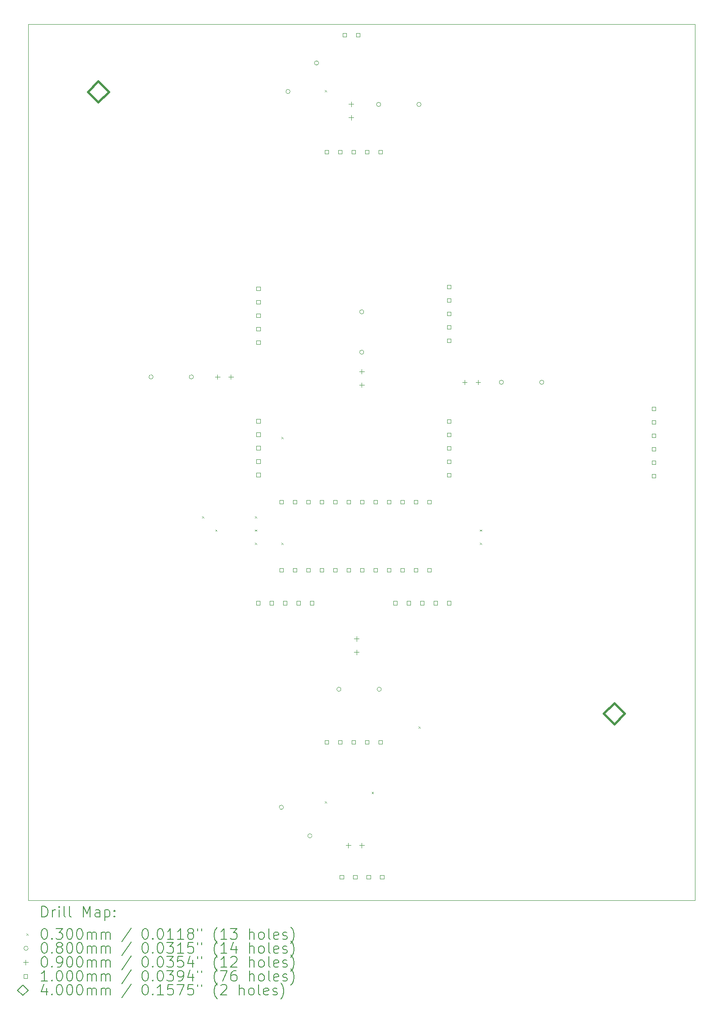
<source format=gbr>
%TF.GenerationSoftware,KiCad,Pcbnew,8.0.2*%
%TF.CreationDate,2024-05-04T16:44:43-04:00*%
%TF.ProjectId,RGBsensorBoard,52474273-656e-4736-9f72-426f6172642e,rev?*%
%TF.SameCoordinates,Original*%
%TF.FileFunction,Drillmap*%
%TF.FilePolarity,Positive*%
%FSLAX45Y45*%
G04 Gerber Fmt 4.5, Leading zero omitted, Abs format (unit mm)*
G04 Created by KiCad (PCBNEW 8.0.2) date 2024-05-04 16:44:43*
%MOMM*%
%LPD*%
G01*
G04 APERTURE LIST*
%ADD10C,0.050000*%
%ADD11C,0.200000*%
%ADD12C,0.100000*%
%ADD13C,0.400000*%
G04 APERTURE END LIST*
D10*
X4177478Y-2477844D02*
X16777478Y-2477844D01*
X16777478Y-19027844D01*
X4177478Y-19027844D01*
X4177478Y-2477844D01*
D11*
D12*
X7465000Y-11775000D02*
X7495000Y-11805000D01*
X7495000Y-11775000D02*
X7465000Y-11805000D01*
X7715000Y-12025000D02*
X7745000Y-12055000D01*
X7745000Y-12025000D02*
X7715000Y-12055000D01*
X8465000Y-11775000D02*
X8495000Y-11805000D01*
X8495000Y-11775000D02*
X8465000Y-11805000D01*
X8465000Y-12025000D02*
X8495000Y-12055000D01*
X8495000Y-12025000D02*
X8465000Y-12055000D01*
X8465000Y-12275000D02*
X8495000Y-12305000D01*
X8495000Y-12275000D02*
X8465000Y-12305000D01*
X8965000Y-12275000D02*
X8995000Y-12305000D01*
X8995000Y-12275000D02*
X8965000Y-12305000D01*
X8965000Y-10275000D02*
X8995000Y-10305000D01*
X8995000Y-10275000D02*
X8965000Y-10305000D01*
X9786818Y-3723602D02*
X9816818Y-3753602D01*
X9816818Y-3723602D02*
X9786818Y-3753602D01*
X9786818Y-17158631D02*
X9816818Y-17188631D01*
X9816818Y-17158631D02*
X9786818Y-17188631D01*
X10670701Y-16981854D02*
X10700701Y-17011854D01*
X10700701Y-16981854D02*
X10670701Y-17011854D01*
X11554585Y-15744417D02*
X11584585Y-15774417D01*
X11584585Y-15744417D02*
X11554585Y-15774417D01*
X12715000Y-12025000D02*
X12745000Y-12055000D01*
X12745000Y-12025000D02*
X12715000Y-12055000D01*
X12715000Y-12275000D02*
X12745000Y-12305000D01*
X12745000Y-12275000D02*
X12715000Y-12305000D01*
X6539000Y-9140000D02*
G75*
G02*
X6459000Y-9140000I-40000J0D01*
G01*
X6459000Y-9140000D02*
G75*
G02*
X6539000Y-9140000I40000J0D01*
G01*
X7301000Y-9140000D02*
G75*
G02*
X7221000Y-9140000I-40000J0D01*
G01*
X7221000Y-9140000D02*
G75*
G02*
X7301000Y-9140000I40000J0D01*
G01*
X9000592Y-17270592D02*
G75*
G02*
X8920592Y-17270592I-40000J0D01*
G01*
X8920592Y-17270592D02*
G75*
G02*
X9000592Y-17270592I40000J0D01*
G01*
X9126226Y-3747087D02*
G75*
G02*
X9046226Y-3747087I-40000J0D01*
G01*
X9046226Y-3747087D02*
G75*
G02*
X9126226Y-3747087I40000J0D01*
G01*
X9539408Y-17809408D02*
G75*
G02*
X9459408Y-17809408I-40000J0D01*
G01*
X9459408Y-17809408D02*
G75*
G02*
X9539408Y-17809408I40000J0D01*
G01*
X9665041Y-3208272D02*
G75*
G02*
X9585041Y-3208272I-40000J0D01*
G01*
X9585041Y-3208272D02*
G75*
G02*
X9665041Y-3208272I40000J0D01*
G01*
X10089000Y-15040000D02*
G75*
G02*
X10009000Y-15040000I-40000J0D01*
G01*
X10009000Y-15040000D02*
G75*
G02*
X10089000Y-15040000I40000J0D01*
G01*
X10520000Y-7909000D02*
G75*
G02*
X10440000Y-7909000I-40000J0D01*
G01*
X10440000Y-7909000D02*
G75*
G02*
X10520000Y-7909000I40000J0D01*
G01*
X10520000Y-8671000D02*
G75*
G02*
X10440000Y-8671000I-40000J0D01*
G01*
X10440000Y-8671000D02*
G75*
G02*
X10520000Y-8671000I40000J0D01*
G01*
X10839000Y-3990000D02*
G75*
G02*
X10759000Y-3990000I-40000J0D01*
G01*
X10759000Y-3990000D02*
G75*
G02*
X10839000Y-3990000I40000J0D01*
G01*
X10851000Y-15040000D02*
G75*
G02*
X10771000Y-15040000I-40000J0D01*
G01*
X10771000Y-15040000D02*
G75*
G02*
X10851000Y-15040000I40000J0D01*
G01*
X11601000Y-3990000D02*
G75*
G02*
X11521000Y-3990000I-40000J0D01*
G01*
X11521000Y-3990000D02*
G75*
G02*
X11601000Y-3990000I40000J0D01*
G01*
X13158000Y-9240000D02*
G75*
G02*
X13078000Y-9240000I-40000J0D01*
G01*
X13078000Y-9240000D02*
G75*
G02*
X13158000Y-9240000I40000J0D01*
G01*
X13920000Y-9240000D02*
G75*
G02*
X13840000Y-9240000I-40000J0D01*
G01*
X13840000Y-9240000D02*
G75*
G02*
X13920000Y-9240000I40000J0D01*
G01*
X7753500Y-9095000D02*
X7753500Y-9185000D01*
X7708500Y-9140000D02*
X7798500Y-9140000D01*
X8007500Y-9095000D02*
X8007500Y-9185000D01*
X7962500Y-9140000D02*
X8052500Y-9140000D01*
X10226000Y-17945000D02*
X10226000Y-18035000D01*
X10181000Y-17990000D02*
X10271000Y-17990000D01*
X10280000Y-3941000D02*
X10280000Y-4031000D01*
X10235000Y-3986000D02*
X10325000Y-3986000D01*
X10280000Y-4195000D02*
X10280000Y-4285000D01*
X10235000Y-4240000D02*
X10325000Y-4240000D01*
X10380000Y-14041000D02*
X10380000Y-14131000D01*
X10335000Y-14086000D02*
X10425000Y-14086000D01*
X10380000Y-14295000D02*
X10380000Y-14385000D01*
X10335000Y-14340000D02*
X10425000Y-14340000D01*
X10480000Y-8991000D02*
X10480000Y-9081000D01*
X10435000Y-9036000D02*
X10525000Y-9036000D01*
X10480000Y-9245000D02*
X10480000Y-9335000D01*
X10435000Y-9290000D02*
X10525000Y-9290000D01*
X10480000Y-17945000D02*
X10480000Y-18035000D01*
X10435000Y-17990000D02*
X10525000Y-17990000D01*
X12426000Y-9195000D02*
X12426000Y-9285000D01*
X12381000Y-9240000D02*
X12471000Y-9240000D01*
X12680000Y-9195000D02*
X12680000Y-9285000D01*
X12635000Y-9240000D02*
X12725000Y-9240000D01*
X8559356Y-13445356D02*
X8559356Y-13374644D01*
X8488644Y-13374644D01*
X8488644Y-13445356D01*
X8559356Y-13445356D01*
X8562356Y-7505356D02*
X8562356Y-7434644D01*
X8491644Y-7434644D01*
X8491644Y-7505356D01*
X8562356Y-7505356D01*
X8562356Y-7759356D02*
X8562356Y-7688644D01*
X8491644Y-7688644D01*
X8491644Y-7759356D01*
X8562356Y-7759356D01*
X8562356Y-8013356D02*
X8562356Y-7942644D01*
X8491644Y-7942644D01*
X8491644Y-8013356D01*
X8562356Y-8013356D01*
X8562356Y-8267356D02*
X8562356Y-8196644D01*
X8491644Y-8196644D01*
X8491644Y-8267356D01*
X8562356Y-8267356D01*
X8562356Y-8521356D02*
X8562356Y-8450644D01*
X8491644Y-8450644D01*
X8491644Y-8521356D01*
X8562356Y-8521356D01*
X8562356Y-10009356D02*
X8562356Y-9938644D01*
X8491644Y-9938644D01*
X8491644Y-10009356D01*
X8562356Y-10009356D01*
X8562356Y-10263356D02*
X8562356Y-10192644D01*
X8491644Y-10192644D01*
X8491644Y-10263356D01*
X8562356Y-10263356D01*
X8562356Y-10517356D02*
X8562356Y-10446644D01*
X8491644Y-10446644D01*
X8491644Y-10517356D01*
X8562356Y-10517356D01*
X8562356Y-10771356D02*
X8562356Y-10700644D01*
X8491644Y-10700644D01*
X8491644Y-10771356D01*
X8562356Y-10771356D01*
X8562356Y-11025356D02*
X8562356Y-10954644D01*
X8491644Y-10954644D01*
X8491644Y-11025356D01*
X8562356Y-11025356D01*
X8813356Y-13445356D02*
X8813356Y-13374644D01*
X8742644Y-13374644D01*
X8742644Y-13445356D01*
X8813356Y-13445356D01*
X8995356Y-11535356D02*
X8995356Y-11464644D01*
X8924644Y-11464644D01*
X8924644Y-11535356D01*
X8995356Y-11535356D01*
X8995356Y-12825356D02*
X8995356Y-12754644D01*
X8924644Y-12754644D01*
X8924644Y-12825356D01*
X8995356Y-12825356D01*
X9067356Y-13445356D02*
X9067356Y-13374644D01*
X8996644Y-13374644D01*
X8996644Y-13445356D01*
X9067356Y-13445356D01*
X9249356Y-11535356D02*
X9249356Y-11464644D01*
X9178644Y-11464644D01*
X9178644Y-11535356D01*
X9249356Y-11535356D01*
X9249356Y-12825356D02*
X9249356Y-12754644D01*
X9178644Y-12754644D01*
X9178644Y-12825356D01*
X9249356Y-12825356D01*
X9321356Y-13445356D02*
X9321356Y-13374644D01*
X9250644Y-13374644D01*
X9250644Y-13445356D01*
X9321356Y-13445356D01*
X9503356Y-11535356D02*
X9503356Y-11464644D01*
X9432644Y-11464644D01*
X9432644Y-11535356D01*
X9503356Y-11535356D01*
X9503356Y-12825356D02*
X9503356Y-12754644D01*
X9432644Y-12754644D01*
X9432644Y-12825356D01*
X9503356Y-12825356D01*
X9575356Y-13445356D02*
X9575356Y-13374644D01*
X9504644Y-13374644D01*
X9504644Y-13445356D01*
X9575356Y-13445356D01*
X9757356Y-11535356D02*
X9757356Y-11464644D01*
X9686644Y-11464644D01*
X9686644Y-11535356D01*
X9757356Y-11535356D01*
X9757356Y-12825356D02*
X9757356Y-12754644D01*
X9686644Y-12754644D01*
X9686644Y-12825356D01*
X9757356Y-12825356D01*
X9849356Y-4925356D02*
X9849356Y-4854644D01*
X9778644Y-4854644D01*
X9778644Y-4925356D01*
X9849356Y-4925356D01*
X9849356Y-16075356D02*
X9849356Y-16004644D01*
X9778644Y-16004644D01*
X9778644Y-16075356D01*
X9849356Y-16075356D01*
X10011356Y-11535356D02*
X10011356Y-11464644D01*
X9940644Y-11464644D01*
X9940644Y-11535356D01*
X10011356Y-11535356D01*
X10011356Y-12825356D02*
X10011356Y-12754644D01*
X9940644Y-12754644D01*
X9940644Y-12825356D01*
X10011356Y-12825356D01*
X10103356Y-4925356D02*
X10103356Y-4854644D01*
X10032644Y-4854644D01*
X10032644Y-4925356D01*
X10103356Y-4925356D01*
X10103356Y-16075356D02*
X10103356Y-16004644D01*
X10032644Y-16004644D01*
X10032644Y-16075356D01*
X10103356Y-16075356D01*
X10135834Y-18623200D02*
X10135834Y-18552489D01*
X10065122Y-18552489D01*
X10065122Y-18623200D01*
X10135834Y-18623200D01*
X10190727Y-2713298D02*
X10190727Y-2642586D01*
X10120015Y-2642586D01*
X10120015Y-2713298D01*
X10190727Y-2713298D01*
X10265356Y-11535356D02*
X10265356Y-11464644D01*
X10194644Y-11464644D01*
X10194644Y-11535356D01*
X10265356Y-11535356D01*
X10265356Y-12825356D02*
X10265356Y-12754644D01*
X10194644Y-12754644D01*
X10194644Y-12825356D01*
X10265356Y-12825356D01*
X10357356Y-4925356D02*
X10357356Y-4854644D01*
X10286644Y-4854644D01*
X10286644Y-4925356D01*
X10357356Y-4925356D01*
X10357356Y-16075356D02*
X10357356Y-16004644D01*
X10286644Y-16004644D01*
X10286644Y-16075356D01*
X10357356Y-16075356D01*
X10389834Y-18623200D02*
X10389834Y-18552489D01*
X10319122Y-18552489D01*
X10319122Y-18623200D01*
X10389834Y-18623200D01*
X10444727Y-2713298D02*
X10444727Y-2642586D01*
X10374015Y-2642586D01*
X10374015Y-2713298D01*
X10444727Y-2713298D01*
X10519356Y-11535356D02*
X10519356Y-11464644D01*
X10448644Y-11464644D01*
X10448644Y-11535356D01*
X10519356Y-11535356D01*
X10519356Y-12825356D02*
X10519356Y-12754644D01*
X10448644Y-12754644D01*
X10448644Y-12825356D01*
X10519356Y-12825356D01*
X10611356Y-4925356D02*
X10611356Y-4854644D01*
X10540644Y-4854644D01*
X10540644Y-4925356D01*
X10611356Y-4925356D01*
X10611356Y-16075356D02*
X10611356Y-16004644D01*
X10540644Y-16004644D01*
X10540644Y-16075356D01*
X10611356Y-16075356D01*
X10643834Y-18623200D02*
X10643834Y-18552489D01*
X10573122Y-18552489D01*
X10573122Y-18623200D01*
X10643834Y-18623200D01*
X10773356Y-11535356D02*
X10773356Y-11464644D01*
X10702644Y-11464644D01*
X10702644Y-11535356D01*
X10773356Y-11535356D01*
X10773356Y-12825356D02*
X10773356Y-12754644D01*
X10702645Y-12754644D01*
X10702645Y-12825356D01*
X10773356Y-12825356D01*
X10865356Y-4925356D02*
X10865356Y-4854644D01*
X10794644Y-4854644D01*
X10794644Y-4925356D01*
X10865356Y-4925356D01*
X10865356Y-16075356D02*
X10865356Y-16004644D01*
X10794644Y-16004644D01*
X10794644Y-16075356D01*
X10865356Y-16075356D01*
X10897834Y-18623200D02*
X10897834Y-18552489D01*
X10827122Y-18552489D01*
X10827122Y-18623200D01*
X10897834Y-18623200D01*
X11027356Y-11535356D02*
X11027356Y-11464644D01*
X10956644Y-11464644D01*
X10956644Y-11535356D01*
X11027356Y-11535356D01*
X11027356Y-12825356D02*
X11027356Y-12754644D01*
X10956644Y-12754644D01*
X10956644Y-12825356D01*
X11027356Y-12825356D01*
X11147356Y-13445356D02*
X11147356Y-13374644D01*
X11076644Y-13374644D01*
X11076644Y-13445356D01*
X11147356Y-13445356D01*
X11281356Y-11535356D02*
X11281356Y-11464644D01*
X11210644Y-11464644D01*
X11210644Y-11535356D01*
X11281356Y-11535356D01*
X11281356Y-12825356D02*
X11281356Y-12754644D01*
X11210644Y-12754644D01*
X11210644Y-12825356D01*
X11281356Y-12825356D01*
X11401356Y-13445356D02*
X11401356Y-13374644D01*
X11330644Y-13374644D01*
X11330644Y-13445356D01*
X11401356Y-13445356D01*
X11535356Y-11535356D02*
X11535356Y-11464644D01*
X11464644Y-11464644D01*
X11464644Y-11535356D01*
X11535356Y-11535356D01*
X11535356Y-12825356D02*
X11535356Y-12754644D01*
X11464644Y-12754644D01*
X11464644Y-12825356D01*
X11535356Y-12825356D01*
X11655356Y-13445356D02*
X11655356Y-13374644D01*
X11584644Y-13374644D01*
X11584644Y-13445356D01*
X11655356Y-13445356D01*
X11789356Y-11535356D02*
X11789356Y-11464644D01*
X11718644Y-11464644D01*
X11718644Y-11535356D01*
X11789356Y-11535356D01*
X11789356Y-12825356D02*
X11789356Y-12754644D01*
X11718644Y-12754644D01*
X11718644Y-12825356D01*
X11789356Y-12825356D01*
X11909356Y-13445356D02*
X11909356Y-13374644D01*
X11838644Y-13374644D01*
X11838644Y-13445356D01*
X11909356Y-13445356D01*
X12163356Y-13445356D02*
X12163356Y-13374644D01*
X12092644Y-13374644D01*
X12092644Y-13445356D01*
X12163356Y-13445356D01*
X12165356Y-10013356D02*
X12165356Y-9942644D01*
X12094644Y-9942644D01*
X12094644Y-10013356D01*
X12165356Y-10013356D01*
X12165356Y-10267356D02*
X12165356Y-10196644D01*
X12094644Y-10196644D01*
X12094644Y-10267356D01*
X12165356Y-10267356D01*
X12165356Y-10521356D02*
X12165356Y-10450644D01*
X12094644Y-10450644D01*
X12094644Y-10521356D01*
X12165356Y-10521356D01*
X12165356Y-10775356D02*
X12165356Y-10704644D01*
X12094644Y-10704644D01*
X12094644Y-10775356D01*
X12165356Y-10775356D01*
X12165356Y-11029356D02*
X12165356Y-10958644D01*
X12094644Y-10958644D01*
X12094644Y-11029356D01*
X12165356Y-11029356D01*
X12165356Y-7471356D02*
X12165356Y-7400644D01*
X12094644Y-7400644D01*
X12094644Y-7471356D01*
X12165356Y-7471356D01*
X12165356Y-7725356D02*
X12165356Y-7654644D01*
X12094644Y-7654644D01*
X12094644Y-7725356D01*
X12165356Y-7725356D01*
X12165356Y-7979355D02*
X12165356Y-7908644D01*
X12094644Y-7908644D01*
X12094644Y-7979355D01*
X12165356Y-7979355D01*
X12165356Y-8233356D02*
X12165356Y-8162644D01*
X12094644Y-8162644D01*
X12094644Y-8233356D01*
X12165356Y-8233356D01*
X12165356Y-8487356D02*
X12165356Y-8416644D01*
X12094644Y-8416644D01*
X12094644Y-8487356D01*
X12165356Y-8487356D01*
X16035356Y-9777356D02*
X16035356Y-9706644D01*
X15964644Y-9706644D01*
X15964644Y-9777356D01*
X16035356Y-9777356D01*
X16035356Y-10031356D02*
X16035356Y-9960644D01*
X15964644Y-9960644D01*
X15964644Y-10031356D01*
X16035356Y-10031356D01*
X16035356Y-10285356D02*
X16035356Y-10214644D01*
X15964644Y-10214644D01*
X15964644Y-10285356D01*
X16035356Y-10285356D01*
X16035356Y-10539356D02*
X16035356Y-10468644D01*
X15964644Y-10468644D01*
X15964644Y-10539356D01*
X16035356Y-10539356D01*
X16035356Y-10793356D02*
X16035356Y-10722644D01*
X15964644Y-10722644D01*
X15964644Y-10793356D01*
X16035356Y-10793356D01*
X16035356Y-11047356D02*
X16035356Y-10976644D01*
X15964644Y-10976644D01*
X15964644Y-11047356D01*
X16035356Y-11047356D01*
D13*
X5500000Y-3950000D02*
X5700000Y-3750000D01*
X5500000Y-3550000D01*
X5300000Y-3750000D01*
X5500000Y-3950000D01*
X15250000Y-15700000D02*
X15450000Y-15500000D01*
X15250000Y-15300000D01*
X15050000Y-15500000D01*
X15250000Y-15700000D01*
D11*
X4435755Y-19341828D02*
X4435755Y-19141828D01*
X4435755Y-19141828D02*
X4483374Y-19141828D01*
X4483374Y-19141828D02*
X4511945Y-19151352D01*
X4511945Y-19151352D02*
X4530993Y-19170400D01*
X4530993Y-19170400D02*
X4540517Y-19189447D01*
X4540517Y-19189447D02*
X4550040Y-19227542D01*
X4550040Y-19227542D02*
X4550040Y-19256114D01*
X4550040Y-19256114D02*
X4540517Y-19294209D01*
X4540517Y-19294209D02*
X4530993Y-19313257D01*
X4530993Y-19313257D02*
X4511945Y-19332304D01*
X4511945Y-19332304D02*
X4483374Y-19341828D01*
X4483374Y-19341828D02*
X4435755Y-19341828D01*
X4635755Y-19341828D02*
X4635755Y-19208495D01*
X4635755Y-19246590D02*
X4645278Y-19227542D01*
X4645278Y-19227542D02*
X4654802Y-19218019D01*
X4654802Y-19218019D02*
X4673850Y-19208495D01*
X4673850Y-19208495D02*
X4692898Y-19208495D01*
X4759564Y-19341828D02*
X4759564Y-19208495D01*
X4759564Y-19141828D02*
X4750040Y-19151352D01*
X4750040Y-19151352D02*
X4759564Y-19160876D01*
X4759564Y-19160876D02*
X4769088Y-19151352D01*
X4769088Y-19151352D02*
X4759564Y-19141828D01*
X4759564Y-19141828D02*
X4759564Y-19160876D01*
X4883374Y-19341828D02*
X4864326Y-19332304D01*
X4864326Y-19332304D02*
X4854802Y-19313257D01*
X4854802Y-19313257D02*
X4854802Y-19141828D01*
X4988136Y-19341828D02*
X4969088Y-19332304D01*
X4969088Y-19332304D02*
X4959564Y-19313257D01*
X4959564Y-19313257D02*
X4959564Y-19141828D01*
X5216707Y-19341828D02*
X5216707Y-19141828D01*
X5216707Y-19141828D02*
X5283374Y-19284685D01*
X5283374Y-19284685D02*
X5350040Y-19141828D01*
X5350040Y-19141828D02*
X5350040Y-19341828D01*
X5530993Y-19341828D02*
X5530993Y-19237066D01*
X5530993Y-19237066D02*
X5521469Y-19218019D01*
X5521469Y-19218019D02*
X5502421Y-19208495D01*
X5502421Y-19208495D02*
X5464326Y-19208495D01*
X5464326Y-19208495D02*
X5445278Y-19218019D01*
X5530993Y-19332304D02*
X5511945Y-19341828D01*
X5511945Y-19341828D02*
X5464326Y-19341828D01*
X5464326Y-19341828D02*
X5445278Y-19332304D01*
X5445278Y-19332304D02*
X5435755Y-19313257D01*
X5435755Y-19313257D02*
X5435755Y-19294209D01*
X5435755Y-19294209D02*
X5445278Y-19275162D01*
X5445278Y-19275162D02*
X5464326Y-19265638D01*
X5464326Y-19265638D02*
X5511945Y-19265638D01*
X5511945Y-19265638D02*
X5530993Y-19256114D01*
X5626231Y-19208495D02*
X5626231Y-19408495D01*
X5626231Y-19218019D02*
X5645278Y-19208495D01*
X5645278Y-19208495D02*
X5683374Y-19208495D01*
X5683374Y-19208495D02*
X5702421Y-19218019D01*
X5702421Y-19218019D02*
X5711945Y-19227542D01*
X5711945Y-19227542D02*
X5721469Y-19246590D01*
X5721469Y-19246590D02*
X5721469Y-19303733D01*
X5721469Y-19303733D02*
X5711945Y-19322781D01*
X5711945Y-19322781D02*
X5702421Y-19332304D01*
X5702421Y-19332304D02*
X5683374Y-19341828D01*
X5683374Y-19341828D02*
X5645278Y-19341828D01*
X5645278Y-19341828D02*
X5626231Y-19332304D01*
X5807183Y-19322781D02*
X5816707Y-19332304D01*
X5816707Y-19332304D02*
X5807183Y-19341828D01*
X5807183Y-19341828D02*
X5797659Y-19332304D01*
X5797659Y-19332304D02*
X5807183Y-19322781D01*
X5807183Y-19322781D02*
X5807183Y-19341828D01*
X5807183Y-19218019D02*
X5816707Y-19227542D01*
X5816707Y-19227542D02*
X5807183Y-19237066D01*
X5807183Y-19237066D02*
X5797659Y-19227542D01*
X5797659Y-19227542D02*
X5807183Y-19218019D01*
X5807183Y-19218019D02*
X5807183Y-19237066D01*
D12*
X4144978Y-19655344D02*
X4174978Y-19685344D01*
X4174978Y-19655344D02*
X4144978Y-19685344D01*
D11*
X4473850Y-19561828D02*
X4492898Y-19561828D01*
X4492898Y-19561828D02*
X4511945Y-19571352D01*
X4511945Y-19571352D02*
X4521469Y-19580876D01*
X4521469Y-19580876D02*
X4530993Y-19599923D01*
X4530993Y-19599923D02*
X4540517Y-19638019D01*
X4540517Y-19638019D02*
X4540517Y-19685638D01*
X4540517Y-19685638D02*
X4530993Y-19723733D01*
X4530993Y-19723733D02*
X4521469Y-19742781D01*
X4521469Y-19742781D02*
X4511945Y-19752304D01*
X4511945Y-19752304D02*
X4492898Y-19761828D01*
X4492898Y-19761828D02*
X4473850Y-19761828D01*
X4473850Y-19761828D02*
X4454802Y-19752304D01*
X4454802Y-19752304D02*
X4445278Y-19742781D01*
X4445278Y-19742781D02*
X4435755Y-19723733D01*
X4435755Y-19723733D02*
X4426231Y-19685638D01*
X4426231Y-19685638D02*
X4426231Y-19638019D01*
X4426231Y-19638019D02*
X4435755Y-19599923D01*
X4435755Y-19599923D02*
X4445278Y-19580876D01*
X4445278Y-19580876D02*
X4454802Y-19571352D01*
X4454802Y-19571352D02*
X4473850Y-19561828D01*
X4626231Y-19742781D02*
X4635755Y-19752304D01*
X4635755Y-19752304D02*
X4626231Y-19761828D01*
X4626231Y-19761828D02*
X4616707Y-19752304D01*
X4616707Y-19752304D02*
X4626231Y-19742781D01*
X4626231Y-19742781D02*
X4626231Y-19761828D01*
X4702421Y-19561828D02*
X4826231Y-19561828D01*
X4826231Y-19561828D02*
X4759564Y-19638019D01*
X4759564Y-19638019D02*
X4788136Y-19638019D01*
X4788136Y-19638019D02*
X4807183Y-19647542D01*
X4807183Y-19647542D02*
X4816707Y-19657066D01*
X4816707Y-19657066D02*
X4826231Y-19676114D01*
X4826231Y-19676114D02*
X4826231Y-19723733D01*
X4826231Y-19723733D02*
X4816707Y-19742781D01*
X4816707Y-19742781D02*
X4807183Y-19752304D01*
X4807183Y-19752304D02*
X4788136Y-19761828D01*
X4788136Y-19761828D02*
X4730993Y-19761828D01*
X4730993Y-19761828D02*
X4711945Y-19752304D01*
X4711945Y-19752304D02*
X4702421Y-19742781D01*
X4950040Y-19561828D02*
X4969088Y-19561828D01*
X4969088Y-19561828D02*
X4988136Y-19571352D01*
X4988136Y-19571352D02*
X4997659Y-19580876D01*
X4997659Y-19580876D02*
X5007183Y-19599923D01*
X5007183Y-19599923D02*
X5016707Y-19638019D01*
X5016707Y-19638019D02*
X5016707Y-19685638D01*
X5016707Y-19685638D02*
X5007183Y-19723733D01*
X5007183Y-19723733D02*
X4997659Y-19742781D01*
X4997659Y-19742781D02*
X4988136Y-19752304D01*
X4988136Y-19752304D02*
X4969088Y-19761828D01*
X4969088Y-19761828D02*
X4950040Y-19761828D01*
X4950040Y-19761828D02*
X4930993Y-19752304D01*
X4930993Y-19752304D02*
X4921469Y-19742781D01*
X4921469Y-19742781D02*
X4911945Y-19723733D01*
X4911945Y-19723733D02*
X4902421Y-19685638D01*
X4902421Y-19685638D02*
X4902421Y-19638019D01*
X4902421Y-19638019D02*
X4911945Y-19599923D01*
X4911945Y-19599923D02*
X4921469Y-19580876D01*
X4921469Y-19580876D02*
X4930993Y-19571352D01*
X4930993Y-19571352D02*
X4950040Y-19561828D01*
X5140517Y-19561828D02*
X5159564Y-19561828D01*
X5159564Y-19561828D02*
X5178612Y-19571352D01*
X5178612Y-19571352D02*
X5188136Y-19580876D01*
X5188136Y-19580876D02*
X5197659Y-19599923D01*
X5197659Y-19599923D02*
X5207183Y-19638019D01*
X5207183Y-19638019D02*
X5207183Y-19685638D01*
X5207183Y-19685638D02*
X5197659Y-19723733D01*
X5197659Y-19723733D02*
X5188136Y-19742781D01*
X5188136Y-19742781D02*
X5178612Y-19752304D01*
X5178612Y-19752304D02*
X5159564Y-19761828D01*
X5159564Y-19761828D02*
X5140517Y-19761828D01*
X5140517Y-19761828D02*
X5121469Y-19752304D01*
X5121469Y-19752304D02*
X5111945Y-19742781D01*
X5111945Y-19742781D02*
X5102421Y-19723733D01*
X5102421Y-19723733D02*
X5092898Y-19685638D01*
X5092898Y-19685638D02*
X5092898Y-19638019D01*
X5092898Y-19638019D02*
X5102421Y-19599923D01*
X5102421Y-19599923D02*
X5111945Y-19580876D01*
X5111945Y-19580876D02*
X5121469Y-19571352D01*
X5121469Y-19571352D02*
X5140517Y-19561828D01*
X5292898Y-19761828D02*
X5292898Y-19628495D01*
X5292898Y-19647542D02*
X5302421Y-19638019D01*
X5302421Y-19638019D02*
X5321469Y-19628495D01*
X5321469Y-19628495D02*
X5350040Y-19628495D01*
X5350040Y-19628495D02*
X5369088Y-19638019D01*
X5369088Y-19638019D02*
X5378612Y-19657066D01*
X5378612Y-19657066D02*
X5378612Y-19761828D01*
X5378612Y-19657066D02*
X5388136Y-19638019D01*
X5388136Y-19638019D02*
X5407183Y-19628495D01*
X5407183Y-19628495D02*
X5435755Y-19628495D01*
X5435755Y-19628495D02*
X5454802Y-19638019D01*
X5454802Y-19638019D02*
X5464326Y-19657066D01*
X5464326Y-19657066D02*
X5464326Y-19761828D01*
X5559564Y-19761828D02*
X5559564Y-19628495D01*
X5559564Y-19647542D02*
X5569088Y-19638019D01*
X5569088Y-19638019D02*
X5588136Y-19628495D01*
X5588136Y-19628495D02*
X5616707Y-19628495D01*
X5616707Y-19628495D02*
X5635755Y-19638019D01*
X5635755Y-19638019D02*
X5645278Y-19657066D01*
X5645278Y-19657066D02*
X5645278Y-19761828D01*
X5645278Y-19657066D02*
X5654802Y-19638019D01*
X5654802Y-19638019D02*
X5673850Y-19628495D01*
X5673850Y-19628495D02*
X5702421Y-19628495D01*
X5702421Y-19628495D02*
X5721469Y-19638019D01*
X5721469Y-19638019D02*
X5730993Y-19657066D01*
X5730993Y-19657066D02*
X5730993Y-19761828D01*
X6121469Y-19552304D02*
X5950040Y-19809447D01*
X6378612Y-19561828D02*
X6397660Y-19561828D01*
X6397660Y-19561828D02*
X6416707Y-19571352D01*
X6416707Y-19571352D02*
X6426231Y-19580876D01*
X6426231Y-19580876D02*
X6435755Y-19599923D01*
X6435755Y-19599923D02*
X6445279Y-19638019D01*
X6445279Y-19638019D02*
X6445279Y-19685638D01*
X6445279Y-19685638D02*
X6435755Y-19723733D01*
X6435755Y-19723733D02*
X6426231Y-19742781D01*
X6426231Y-19742781D02*
X6416707Y-19752304D01*
X6416707Y-19752304D02*
X6397660Y-19761828D01*
X6397660Y-19761828D02*
X6378612Y-19761828D01*
X6378612Y-19761828D02*
X6359564Y-19752304D01*
X6359564Y-19752304D02*
X6350040Y-19742781D01*
X6350040Y-19742781D02*
X6340517Y-19723733D01*
X6340517Y-19723733D02*
X6330993Y-19685638D01*
X6330993Y-19685638D02*
X6330993Y-19638019D01*
X6330993Y-19638019D02*
X6340517Y-19599923D01*
X6340517Y-19599923D02*
X6350040Y-19580876D01*
X6350040Y-19580876D02*
X6359564Y-19571352D01*
X6359564Y-19571352D02*
X6378612Y-19561828D01*
X6530993Y-19742781D02*
X6540517Y-19752304D01*
X6540517Y-19752304D02*
X6530993Y-19761828D01*
X6530993Y-19761828D02*
X6521469Y-19752304D01*
X6521469Y-19752304D02*
X6530993Y-19742781D01*
X6530993Y-19742781D02*
X6530993Y-19761828D01*
X6664326Y-19561828D02*
X6683374Y-19561828D01*
X6683374Y-19561828D02*
X6702421Y-19571352D01*
X6702421Y-19571352D02*
X6711945Y-19580876D01*
X6711945Y-19580876D02*
X6721469Y-19599923D01*
X6721469Y-19599923D02*
X6730993Y-19638019D01*
X6730993Y-19638019D02*
X6730993Y-19685638D01*
X6730993Y-19685638D02*
X6721469Y-19723733D01*
X6721469Y-19723733D02*
X6711945Y-19742781D01*
X6711945Y-19742781D02*
X6702421Y-19752304D01*
X6702421Y-19752304D02*
X6683374Y-19761828D01*
X6683374Y-19761828D02*
X6664326Y-19761828D01*
X6664326Y-19761828D02*
X6645279Y-19752304D01*
X6645279Y-19752304D02*
X6635755Y-19742781D01*
X6635755Y-19742781D02*
X6626231Y-19723733D01*
X6626231Y-19723733D02*
X6616707Y-19685638D01*
X6616707Y-19685638D02*
X6616707Y-19638019D01*
X6616707Y-19638019D02*
X6626231Y-19599923D01*
X6626231Y-19599923D02*
X6635755Y-19580876D01*
X6635755Y-19580876D02*
X6645279Y-19571352D01*
X6645279Y-19571352D02*
X6664326Y-19561828D01*
X6921469Y-19761828D02*
X6807183Y-19761828D01*
X6864326Y-19761828D02*
X6864326Y-19561828D01*
X6864326Y-19561828D02*
X6845279Y-19590400D01*
X6845279Y-19590400D02*
X6826231Y-19609447D01*
X6826231Y-19609447D02*
X6807183Y-19618971D01*
X7111945Y-19761828D02*
X6997660Y-19761828D01*
X7054802Y-19761828D02*
X7054802Y-19561828D01*
X7054802Y-19561828D02*
X7035755Y-19590400D01*
X7035755Y-19590400D02*
X7016707Y-19609447D01*
X7016707Y-19609447D02*
X6997660Y-19618971D01*
X7226231Y-19647542D02*
X7207183Y-19638019D01*
X7207183Y-19638019D02*
X7197660Y-19628495D01*
X7197660Y-19628495D02*
X7188136Y-19609447D01*
X7188136Y-19609447D02*
X7188136Y-19599923D01*
X7188136Y-19599923D02*
X7197660Y-19580876D01*
X7197660Y-19580876D02*
X7207183Y-19571352D01*
X7207183Y-19571352D02*
X7226231Y-19561828D01*
X7226231Y-19561828D02*
X7264326Y-19561828D01*
X7264326Y-19561828D02*
X7283374Y-19571352D01*
X7283374Y-19571352D02*
X7292898Y-19580876D01*
X7292898Y-19580876D02*
X7302421Y-19599923D01*
X7302421Y-19599923D02*
X7302421Y-19609447D01*
X7302421Y-19609447D02*
X7292898Y-19628495D01*
X7292898Y-19628495D02*
X7283374Y-19638019D01*
X7283374Y-19638019D02*
X7264326Y-19647542D01*
X7264326Y-19647542D02*
X7226231Y-19647542D01*
X7226231Y-19647542D02*
X7207183Y-19657066D01*
X7207183Y-19657066D02*
X7197660Y-19666590D01*
X7197660Y-19666590D02*
X7188136Y-19685638D01*
X7188136Y-19685638D02*
X7188136Y-19723733D01*
X7188136Y-19723733D02*
X7197660Y-19742781D01*
X7197660Y-19742781D02*
X7207183Y-19752304D01*
X7207183Y-19752304D02*
X7226231Y-19761828D01*
X7226231Y-19761828D02*
X7264326Y-19761828D01*
X7264326Y-19761828D02*
X7283374Y-19752304D01*
X7283374Y-19752304D02*
X7292898Y-19742781D01*
X7292898Y-19742781D02*
X7302421Y-19723733D01*
X7302421Y-19723733D02*
X7302421Y-19685638D01*
X7302421Y-19685638D02*
X7292898Y-19666590D01*
X7292898Y-19666590D02*
X7283374Y-19657066D01*
X7283374Y-19657066D02*
X7264326Y-19647542D01*
X7378612Y-19561828D02*
X7378612Y-19599923D01*
X7454802Y-19561828D02*
X7454802Y-19599923D01*
X7750041Y-19838019D02*
X7740517Y-19828495D01*
X7740517Y-19828495D02*
X7721469Y-19799923D01*
X7721469Y-19799923D02*
X7711945Y-19780876D01*
X7711945Y-19780876D02*
X7702422Y-19752304D01*
X7702422Y-19752304D02*
X7692898Y-19704685D01*
X7692898Y-19704685D02*
X7692898Y-19666590D01*
X7692898Y-19666590D02*
X7702422Y-19618971D01*
X7702422Y-19618971D02*
X7711945Y-19590400D01*
X7711945Y-19590400D02*
X7721469Y-19571352D01*
X7721469Y-19571352D02*
X7740517Y-19542781D01*
X7740517Y-19542781D02*
X7750041Y-19533257D01*
X7930993Y-19761828D02*
X7816707Y-19761828D01*
X7873850Y-19761828D02*
X7873850Y-19561828D01*
X7873850Y-19561828D02*
X7854802Y-19590400D01*
X7854802Y-19590400D02*
X7835755Y-19609447D01*
X7835755Y-19609447D02*
X7816707Y-19618971D01*
X7997660Y-19561828D02*
X8121469Y-19561828D01*
X8121469Y-19561828D02*
X8054802Y-19638019D01*
X8054802Y-19638019D02*
X8083374Y-19638019D01*
X8083374Y-19638019D02*
X8102422Y-19647542D01*
X8102422Y-19647542D02*
X8111945Y-19657066D01*
X8111945Y-19657066D02*
X8121469Y-19676114D01*
X8121469Y-19676114D02*
X8121469Y-19723733D01*
X8121469Y-19723733D02*
X8111945Y-19742781D01*
X8111945Y-19742781D02*
X8102422Y-19752304D01*
X8102422Y-19752304D02*
X8083374Y-19761828D01*
X8083374Y-19761828D02*
X8026231Y-19761828D01*
X8026231Y-19761828D02*
X8007183Y-19752304D01*
X8007183Y-19752304D02*
X7997660Y-19742781D01*
X8359564Y-19761828D02*
X8359564Y-19561828D01*
X8445279Y-19761828D02*
X8445279Y-19657066D01*
X8445279Y-19657066D02*
X8435755Y-19638019D01*
X8435755Y-19638019D02*
X8416707Y-19628495D01*
X8416707Y-19628495D02*
X8388136Y-19628495D01*
X8388136Y-19628495D02*
X8369088Y-19638019D01*
X8369088Y-19638019D02*
X8359564Y-19647542D01*
X8569088Y-19761828D02*
X8550041Y-19752304D01*
X8550041Y-19752304D02*
X8540517Y-19742781D01*
X8540517Y-19742781D02*
X8530993Y-19723733D01*
X8530993Y-19723733D02*
X8530993Y-19666590D01*
X8530993Y-19666590D02*
X8540517Y-19647542D01*
X8540517Y-19647542D02*
X8550041Y-19638019D01*
X8550041Y-19638019D02*
X8569088Y-19628495D01*
X8569088Y-19628495D02*
X8597660Y-19628495D01*
X8597660Y-19628495D02*
X8616707Y-19638019D01*
X8616707Y-19638019D02*
X8626231Y-19647542D01*
X8626231Y-19647542D02*
X8635755Y-19666590D01*
X8635755Y-19666590D02*
X8635755Y-19723733D01*
X8635755Y-19723733D02*
X8626231Y-19742781D01*
X8626231Y-19742781D02*
X8616707Y-19752304D01*
X8616707Y-19752304D02*
X8597660Y-19761828D01*
X8597660Y-19761828D02*
X8569088Y-19761828D01*
X8750041Y-19761828D02*
X8730993Y-19752304D01*
X8730993Y-19752304D02*
X8721469Y-19733257D01*
X8721469Y-19733257D02*
X8721469Y-19561828D01*
X8902422Y-19752304D02*
X8883374Y-19761828D01*
X8883374Y-19761828D02*
X8845279Y-19761828D01*
X8845279Y-19761828D02*
X8826231Y-19752304D01*
X8826231Y-19752304D02*
X8816707Y-19733257D01*
X8816707Y-19733257D02*
X8816707Y-19657066D01*
X8816707Y-19657066D02*
X8826231Y-19638019D01*
X8826231Y-19638019D02*
X8845279Y-19628495D01*
X8845279Y-19628495D02*
X8883374Y-19628495D01*
X8883374Y-19628495D02*
X8902422Y-19638019D01*
X8902422Y-19638019D02*
X8911946Y-19657066D01*
X8911946Y-19657066D02*
X8911946Y-19676114D01*
X8911946Y-19676114D02*
X8816707Y-19695162D01*
X8988136Y-19752304D02*
X9007184Y-19761828D01*
X9007184Y-19761828D02*
X9045279Y-19761828D01*
X9045279Y-19761828D02*
X9064327Y-19752304D01*
X9064327Y-19752304D02*
X9073850Y-19733257D01*
X9073850Y-19733257D02*
X9073850Y-19723733D01*
X9073850Y-19723733D02*
X9064327Y-19704685D01*
X9064327Y-19704685D02*
X9045279Y-19695162D01*
X9045279Y-19695162D02*
X9016707Y-19695162D01*
X9016707Y-19695162D02*
X8997660Y-19685638D01*
X8997660Y-19685638D02*
X8988136Y-19666590D01*
X8988136Y-19666590D02*
X8988136Y-19657066D01*
X8988136Y-19657066D02*
X8997660Y-19638019D01*
X8997660Y-19638019D02*
X9016707Y-19628495D01*
X9016707Y-19628495D02*
X9045279Y-19628495D01*
X9045279Y-19628495D02*
X9064327Y-19638019D01*
X9140517Y-19838019D02*
X9150041Y-19828495D01*
X9150041Y-19828495D02*
X9169088Y-19799923D01*
X9169088Y-19799923D02*
X9178612Y-19780876D01*
X9178612Y-19780876D02*
X9188136Y-19752304D01*
X9188136Y-19752304D02*
X9197660Y-19704685D01*
X9197660Y-19704685D02*
X9197660Y-19666590D01*
X9197660Y-19666590D02*
X9188136Y-19618971D01*
X9188136Y-19618971D02*
X9178612Y-19590400D01*
X9178612Y-19590400D02*
X9169088Y-19571352D01*
X9169088Y-19571352D02*
X9150041Y-19542781D01*
X9150041Y-19542781D02*
X9140517Y-19533257D01*
D12*
X4174978Y-19934344D02*
G75*
G02*
X4094978Y-19934344I-40000J0D01*
G01*
X4094978Y-19934344D02*
G75*
G02*
X4174978Y-19934344I40000J0D01*
G01*
D11*
X4473850Y-19825828D02*
X4492898Y-19825828D01*
X4492898Y-19825828D02*
X4511945Y-19835352D01*
X4511945Y-19835352D02*
X4521469Y-19844876D01*
X4521469Y-19844876D02*
X4530993Y-19863923D01*
X4530993Y-19863923D02*
X4540517Y-19902019D01*
X4540517Y-19902019D02*
X4540517Y-19949638D01*
X4540517Y-19949638D02*
X4530993Y-19987733D01*
X4530993Y-19987733D02*
X4521469Y-20006781D01*
X4521469Y-20006781D02*
X4511945Y-20016304D01*
X4511945Y-20016304D02*
X4492898Y-20025828D01*
X4492898Y-20025828D02*
X4473850Y-20025828D01*
X4473850Y-20025828D02*
X4454802Y-20016304D01*
X4454802Y-20016304D02*
X4445278Y-20006781D01*
X4445278Y-20006781D02*
X4435755Y-19987733D01*
X4435755Y-19987733D02*
X4426231Y-19949638D01*
X4426231Y-19949638D02*
X4426231Y-19902019D01*
X4426231Y-19902019D02*
X4435755Y-19863923D01*
X4435755Y-19863923D02*
X4445278Y-19844876D01*
X4445278Y-19844876D02*
X4454802Y-19835352D01*
X4454802Y-19835352D02*
X4473850Y-19825828D01*
X4626231Y-20006781D02*
X4635755Y-20016304D01*
X4635755Y-20016304D02*
X4626231Y-20025828D01*
X4626231Y-20025828D02*
X4616707Y-20016304D01*
X4616707Y-20016304D02*
X4626231Y-20006781D01*
X4626231Y-20006781D02*
X4626231Y-20025828D01*
X4750040Y-19911542D02*
X4730993Y-19902019D01*
X4730993Y-19902019D02*
X4721469Y-19892495D01*
X4721469Y-19892495D02*
X4711945Y-19873447D01*
X4711945Y-19873447D02*
X4711945Y-19863923D01*
X4711945Y-19863923D02*
X4721469Y-19844876D01*
X4721469Y-19844876D02*
X4730993Y-19835352D01*
X4730993Y-19835352D02*
X4750040Y-19825828D01*
X4750040Y-19825828D02*
X4788136Y-19825828D01*
X4788136Y-19825828D02*
X4807183Y-19835352D01*
X4807183Y-19835352D02*
X4816707Y-19844876D01*
X4816707Y-19844876D02*
X4826231Y-19863923D01*
X4826231Y-19863923D02*
X4826231Y-19873447D01*
X4826231Y-19873447D02*
X4816707Y-19892495D01*
X4816707Y-19892495D02*
X4807183Y-19902019D01*
X4807183Y-19902019D02*
X4788136Y-19911542D01*
X4788136Y-19911542D02*
X4750040Y-19911542D01*
X4750040Y-19911542D02*
X4730993Y-19921066D01*
X4730993Y-19921066D02*
X4721469Y-19930590D01*
X4721469Y-19930590D02*
X4711945Y-19949638D01*
X4711945Y-19949638D02*
X4711945Y-19987733D01*
X4711945Y-19987733D02*
X4721469Y-20006781D01*
X4721469Y-20006781D02*
X4730993Y-20016304D01*
X4730993Y-20016304D02*
X4750040Y-20025828D01*
X4750040Y-20025828D02*
X4788136Y-20025828D01*
X4788136Y-20025828D02*
X4807183Y-20016304D01*
X4807183Y-20016304D02*
X4816707Y-20006781D01*
X4816707Y-20006781D02*
X4826231Y-19987733D01*
X4826231Y-19987733D02*
X4826231Y-19949638D01*
X4826231Y-19949638D02*
X4816707Y-19930590D01*
X4816707Y-19930590D02*
X4807183Y-19921066D01*
X4807183Y-19921066D02*
X4788136Y-19911542D01*
X4950040Y-19825828D02*
X4969088Y-19825828D01*
X4969088Y-19825828D02*
X4988136Y-19835352D01*
X4988136Y-19835352D02*
X4997659Y-19844876D01*
X4997659Y-19844876D02*
X5007183Y-19863923D01*
X5007183Y-19863923D02*
X5016707Y-19902019D01*
X5016707Y-19902019D02*
X5016707Y-19949638D01*
X5016707Y-19949638D02*
X5007183Y-19987733D01*
X5007183Y-19987733D02*
X4997659Y-20006781D01*
X4997659Y-20006781D02*
X4988136Y-20016304D01*
X4988136Y-20016304D02*
X4969088Y-20025828D01*
X4969088Y-20025828D02*
X4950040Y-20025828D01*
X4950040Y-20025828D02*
X4930993Y-20016304D01*
X4930993Y-20016304D02*
X4921469Y-20006781D01*
X4921469Y-20006781D02*
X4911945Y-19987733D01*
X4911945Y-19987733D02*
X4902421Y-19949638D01*
X4902421Y-19949638D02*
X4902421Y-19902019D01*
X4902421Y-19902019D02*
X4911945Y-19863923D01*
X4911945Y-19863923D02*
X4921469Y-19844876D01*
X4921469Y-19844876D02*
X4930993Y-19835352D01*
X4930993Y-19835352D02*
X4950040Y-19825828D01*
X5140517Y-19825828D02*
X5159564Y-19825828D01*
X5159564Y-19825828D02*
X5178612Y-19835352D01*
X5178612Y-19835352D02*
X5188136Y-19844876D01*
X5188136Y-19844876D02*
X5197659Y-19863923D01*
X5197659Y-19863923D02*
X5207183Y-19902019D01*
X5207183Y-19902019D02*
X5207183Y-19949638D01*
X5207183Y-19949638D02*
X5197659Y-19987733D01*
X5197659Y-19987733D02*
X5188136Y-20006781D01*
X5188136Y-20006781D02*
X5178612Y-20016304D01*
X5178612Y-20016304D02*
X5159564Y-20025828D01*
X5159564Y-20025828D02*
X5140517Y-20025828D01*
X5140517Y-20025828D02*
X5121469Y-20016304D01*
X5121469Y-20016304D02*
X5111945Y-20006781D01*
X5111945Y-20006781D02*
X5102421Y-19987733D01*
X5102421Y-19987733D02*
X5092898Y-19949638D01*
X5092898Y-19949638D02*
X5092898Y-19902019D01*
X5092898Y-19902019D02*
X5102421Y-19863923D01*
X5102421Y-19863923D02*
X5111945Y-19844876D01*
X5111945Y-19844876D02*
X5121469Y-19835352D01*
X5121469Y-19835352D02*
X5140517Y-19825828D01*
X5292898Y-20025828D02*
X5292898Y-19892495D01*
X5292898Y-19911542D02*
X5302421Y-19902019D01*
X5302421Y-19902019D02*
X5321469Y-19892495D01*
X5321469Y-19892495D02*
X5350040Y-19892495D01*
X5350040Y-19892495D02*
X5369088Y-19902019D01*
X5369088Y-19902019D02*
X5378612Y-19921066D01*
X5378612Y-19921066D02*
X5378612Y-20025828D01*
X5378612Y-19921066D02*
X5388136Y-19902019D01*
X5388136Y-19902019D02*
X5407183Y-19892495D01*
X5407183Y-19892495D02*
X5435755Y-19892495D01*
X5435755Y-19892495D02*
X5454802Y-19902019D01*
X5454802Y-19902019D02*
X5464326Y-19921066D01*
X5464326Y-19921066D02*
X5464326Y-20025828D01*
X5559564Y-20025828D02*
X5559564Y-19892495D01*
X5559564Y-19911542D02*
X5569088Y-19902019D01*
X5569088Y-19902019D02*
X5588136Y-19892495D01*
X5588136Y-19892495D02*
X5616707Y-19892495D01*
X5616707Y-19892495D02*
X5635755Y-19902019D01*
X5635755Y-19902019D02*
X5645278Y-19921066D01*
X5645278Y-19921066D02*
X5645278Y-20025828D01*
X5645278Y-19921066D02*
X5654802Y-19902019D01*
X5654802Y-19902019D02*
X5673850Y-19892495D01*
X5673850Y-19892495D02*
X5702421Y-19892495D01*
X5702421Y-19892495D02*
X5721469Y-19902019D01*
X5721469Y-19902019D02*
X5730993Y-19921066D01*
X5730993Y-19921066D02*
X5730993Y-20025828D01*
X6121469Y-19816304D02*
X5950040Y-20073447D01*
X6378612Y-19825828D02*
X6397660Y-19825828D01*
X6397660Y-19825828D02*
X6416707Y-19835352D01*
X6416707Y-19835352D02*
X6426231Y-19844876D01*
X6426231Y-19844876D02*
X6435755Y-19863923D01*
X6435755Y-19863923D02*
X6445279Y-19902019D01*
X6445279Y-19902019D02*
X6445279Y-19949638D01*
X6445279Y-19949638D02*
X6435755Y-19987733D01*
X6435755Y-19987733D02*
X6426231Y-20006781D01*
X6426231Y-20006781D02*
X6416707Y-20016304D01*
X6416707Y-20016304D02*
X6397660Y-20025828D01*
X6397660Y-20025828D02*
X6378612Y-20025828D01*
X6378612Y-20025828D02*
X6359564Y-20016304D01*
X6359564Y-20016304D02*
X6350040Y-20006781D01*
X6350040Y-20006781D02*
X6340517Y-19987733D01*
X6340517Y-19987733D02*
X6330993Y-19949638D01*
X6330993Y-19949638D02*
X6330993Y-19902019D01*
X6330993Y-19902019D02*
X6340517Y-19863923D01*
X6340517Y-19863923D02*
X6350040Y-19844876D01*
X6350040Y-19844876D02*
X6359564Y-19835352D01*
X6359564Y-19835352D02*
X6378612Y-19825828D01*
X6530993Y-20006781D02*
X6540517Y-20016304D01*
X6540517Y-20016304D02*
X6530993Y-20025828D01*
X6530993Y-20025828D02*
X6521469Y-20016304D01*
X6521469Y-20016304D02*
X6530993Y-20006781D01*
X6530993Y-20006781D02*
X6530993Y-20025828D01*
X6664326Y-19825828D02*
X6683374Y-19825828D01*
X6683374Y-19825828D02*
X6702421Y-19835352D01*
X6702421Y-19835352D02*
X6711945Y-19844876D01*
X6711945Y-19844876D02*
X6721469Y-19863923D01*
X6721469Y-19863923D02*
X6730993Y-19902019D01*
X6730993Y-19902019D02*
X6730993Y-19949638D01*
X6730993Y-19949638D02*
X6721469Y-19987733D01*
X6721469Y-19987733D02*
X6711945Y-20006781D01*
X6711945Y-20006781D02*
X6702421Y-20016304D01*
X6702421Y-20016304D02*
X6683374Y-20025828D01*
X6683374Y-20025828D02*
X6664326Y-20025828D01*
X6664326Y-20025828D02*
X6645279Y-20016304D01*
X6645279Y-20016304D02*
X6635755Y-20006781D01*
X6635755Y-20006781D02*
X6626231Y-19987733D01*
X6626231Y-19987733D02*
X6616707Y-19949638D01*
X6616707Y-19949638D02*
X6616707Y-19902019D01*
X6616707Y-19902019D02*
X6626231Y-19863923D01*
X6626231Y-19863923D02*
X6635755Y-19844876D01*
X6635755Y-19844876D02*
X6645279Y-19835352D01*
X6645279Y-19835352D02*
X6664326Y-19825828D01*
X6797660Y-19825828D02*
X6921469Y-19825828D01*
X6921469Y-19825828D02*
X6854802Y-19902019D01*
X6854802Y-19902019D02*
X6883374Y-19902019D01*
X6883374Y-19902019D02*
X6902421Y-19911542D01*
X6902421Y-19911542D02*
X6911945Y-19921066D01*
X6911945Y-19921066D02*
X6921469Y-19940114D01*
X6921469Y-19940114D02*
X6921469Y-19987733D01*
X6921469Y-19987733D02*
X6911945Y-20006781D01*
X6911945Y-20006781D02*
X6902421Y-20016304D01*
X6902421Y-20016304D02*
X6883374Y-20025828D01*
X6883374Y-20025828D02*
X6826231Y-20025828D01*
X6826231Y-20025828D02*
X6807183Y-20016304D01*
X6807183Y-20016304D02*
X6797660Y-20006781D01*
X7111945Y-20025828D02*
X6997660Y-20025828D01*
X7054802Y-20025828D02*
X7054802Y-19825828D01*
X7054802Y-19825828D02*
X7035755Y-19854400D01*
X7035755Y-19854400D02*
X7016707Y-19873447D01*
X7016707Y-19873447D02*
X6997660Y-19882971D01*
X7292898Y-19825828D02*
X7197660Y-19825828D01*
X7197660Y-19825828D02*
X7188136Y-19921066D01*
X7188136Y-19921066D02*
X7197660Y-19911542D01*
X7197660Y-19911542D02*
X7216707Y-19902019D01*
X7216707Y-19902019D02*
X7264326Y-19902019D01*
X7264326Y-19902019D02*
X7283374Y-19911542D01*
X7283374Y-19911542D02*
X7292898Y-19921066D01*
X7292898Y-19921066D02*
X7302421Y-19940114D01*
X7302421Y-19940114D02*
X7302421Y-19987733D01*
X7302421Y-19987733D02*
X7292898Y-20006781D01*
X7292898Y-20006781D02*
X7283374Y-20016304D01*
X7283374Y-20016304D02*
X7264326Y-20025828D01*
X7264326Y-20025828D02*
X7216707Y-20025828D01*
X7216707Y-20025828D02*
X7197660Y-20016304D01*
X7197660Y-20016304D02*
X7188136Y-20006781D01*
X7378612Y-19825828D02*
X7378612Y-19863923D01*
X7454802Y-19825828D02*
X7454802Y-19863923D01*
X7750041Y-20102019D02*
X7740517Y-20092495D01*
X7740517Y-20092495D02*
X7721469Y-20063923D01*
X7721469Y-20063923D02*
X7711945Y-20044876D01*
X7711945Y-20044876D02*
X7702422Y-20016304D01*
X7702422Y-20016304D02*
X7692898Y-19968685D01*
X7692898Y-19968685D02*
X7692898Y-19930590D01*
X7692898Y-19930590D02*
X7702422Y-19882971D01*
X7702422Y-19882971D02*
X7711945Y-19854400D01*
X7711945Y-19854400D02*
X7721469Y-19835352D01*
X7721469Y-19835352D02*
X7740517Y-19806781D01*
X7740517Y-19806781D02*
X7750041Y-19797257D01*
X7930993Y-20025828D02*
X7816707Y-20025828D01*
X7873850Y-20025828D02*
X7873850Y-19825828D01*
X7873850Y-19825828D02*
X7854802Y-19854400D01*
X7854802Y-19854400D02*
X7835755Y-19873447D01*
X7835755Y-19873447D02*
X7816707Y-19882971D01*
X8102422Y-19892495D02*
X8102422Y-20025828D01*
X8054802Y-19816304D02*
X8007183Y-19959162D01*
X8007183Y-19959162D02*
X8130993Y-19959162D01*
X8359564Y-20025828D02*
X8359564Y-19825828D01*
X8445279Y-20025828D02*
X8445279Y-19921066D01*
X8445279Y-19921066D02*
X8435755Y-19902019D01*
X8435755Y-19902019D02*
X8416707Y-19892495D01*
X8416707Y-19892495D02*
X8388136Y-19892495D01*
X8388136Y-19892495D02*
X8369088Y-19902019D01*
X8369088Y-19902019D02*
X8359564Y-19911542D01*
X8569088Y-20025828D02*
X8550041Y-20016304D01*
X8550041Y-20016304D02*
X8540517Y-20006781D01*
X8540517Y-20006781D02*
X8530993Y-19987733D01*
X8530993Y-19987733D02*
X8530993Y-19930590D01*
X8530993Y-19930590D02*
X8540517Y-19911542D01*
X8540517Y-19911542D02*
X8550041Y-19902019D01*
X8550041Y-19902019D02*
X8569088Y-19892495D01*
X8569088Y-19892495D02*
X8597660Y-19892495D01*
X8597660Y-19892495D02*
X8616707Y-19902019D01*
X8616707Y-19902019D02*
X8626231Y-19911542D01*
X8626231Y-19911542D02*
X8635755Y-19930590D01*
X8635755Y-19930590D02*
X8635755Y-19987733D01*
X8635755Y-19987733D02*
X8626231Y-20006781D01*
X8626231Y-20006781D02*
X8616707Y-20016304D01*
X8616707Y-20016304D02*
X8597660Y-20025828D01*
X8597660Y-20025828D02*
X8569088Y-20025828D01*
X8750041Y-20025828D02*
X8730993Y-20016304D01*
X8730993Y-20016304D02*
X8721469Y-19997257D01*
X8721469Y-19997257D02*
X8721469Y-19825828D01*
X8902422Y-20016304D02*
X8883374Y-20025828D01*
X8883374Y-20025828D02*
X8845279Y-20025828D01*
X8845279Y-20025828D02*
X8826231Y-20016304D01*
X8826231Y-20016304D02*
X8816707Y-19997257D01*
X8816707Y-19997257D02*
X8816707Y-19921066D01*
X8816707Y-19921066D02*
X8826231Y-19902019D01*
X8826231Y-19902019D02*
X8845279Y-19892495D01*
X8845279Y-19892495D02*
X8883374Y-19892495D01*
X8883374Y-19892495D02*
X8902422Y-19902019D01*
X8902422Y-19902019D02*
X8911946Y-19921066D01*
X8911946Y-19921066D02*
X8911946Y-19940114D01*
X8911946Y-19940114D02*
X8816707Y-19959162D01*
X8988136Y-20016304D02*
X9007184Y-20025828D01*
X9007184Y-20025828D02*
X9045279Y-20025828D01*
X9045279Y-20025828D02*
X9064327Y-20016304D01*
X9064327Y-20016304D02*
X9073850Y-19997257D01*
X9073850Y-19997257D02*
X9073850Y-19987733D01*
X9073850Y-19987733D02*
X9064327Y-19968685D01*
X9064327Y-19968685D02*
X9045279Y-19959162D01*
X9045279Y-19959162D02*
X9016707Y-19959162D01*
X9016707Y-19959162D02*
X8997660Y-19949638D01*
X8997660Y-19949638D02*
X8988136Y-19930590D01*
X8988136Y-19930590D02*
X8988136Y-19921066D01*
X8988136Y-19921066D02*
X8997660Y-19902019D01*
X8997660Y-19902019D02*
X9016707Y-19892495D01*
X9016707Y-19892495D02*
X9045279Y-19892495D01*
X9045279Y-19892495D02*
X9064327Y-19902019D01*
X9140517Y-20102019D02*
X9150041Y-20092495D01*
X9150041Y-20092495D02*
X9169088Y-20063923D01*
X9169088Y-20063923D02*
X9178612Y-20044876D01*
X9178612Y-20044876D02*
X9188136Y-20016304D01*
X9188136Y-20016304D02*
X9197660Y-19968685D01*
X9197660Y-19968685D02*
X9197660Y-19930590D01*
X9197660Y-19930590D02*
X9188136Y-19882971D01*
X9188136Y-19882971D02*
X9178612Y-19854400D01*
X9178612Y-19854400D02*
X9169088Y-19835352D01*
X9169088Y-19835352D02*
X9150041Y-19806781D01*
X9150041Y-19806781D02*
X9140517Y-19797257D01*
D12*
X4129978Y-20153344D02*
X4129978Y-20243344D01*
X4084978Y-20198344D02*
X4174978Y-20198344D01*
D11*
X4473850Y-20089828D02*
X4492898Y-20089828D01*
X4492898Y-20089828D02*
X4511945Y-20099352D01*
X4511945Y-20099352D02*
X4521469Y-20108876D01*
X4521469Y-20108876D02*
X4530993Y-20127923D01*
X4530993Y-20127923D02*
X4540517Y-20166019D01*
X4540517Y-20166019D02*
X4540517Y-20213638D01*
X4540517Y-20213638D02*
X4530993Y-20251733D01*
X4530993Y-20251733D02*
X4521469Y-20270781D01*
X4521469Y-20270781D02*
X4511945Y-20280304D01*
X4511945Y-20280304D02*
X4492898Y-20289828D01*
X4492898Y-20289828D02*
X4473850Y-20289828D01*
X4473850Y-20289828D02*
X4454802Y-20280304D01*
X4454802Y-20280304D02*
X4445278Y-20270781D01*
X4445278Y-20270781D02*
X4435755Y-20251733D01*
X4435755Y-20251733D02*
X4426231Y-20213638D01*
X4426231Y-20213638D02*
X4426231Y-20166019D01*
X4426231Y-20166019D02*
X4435755Y-20127923D01*
X4435755Y-20127923D02*
X4445278Y-20108876D01*
X4445278Y-20108876D02*
X4454802Y-20099352D01*
X4454802Y-20099352D02*
X4473850Y-20089828D01*
X4626231Y-20270781D02*
X4635755Y-20280304D01*
X4635755Y-20280304D02*
X4626231Y-20289828D01*
X4626231Y-20289828D02*
X4616707Y-20280304D01*
X4616707Y-20280304D02*
X4626231Y-20270781D01*
X4626231Y-20270781D02*
X4626231Y-20289828D01*
X4730993Y-20289828D02*
X4769088Y-20289828D01*
X4769088Y-20289828D02*
X4788136Y-20280304D01*
X4788136Y-20280304D02*
X4797659Y-20270781D01*
X4797659Y-20270781D02*
X4816707Y-20242209D01*
X4816707Y-20242209D02*
X4826231Y-20204114D01*
X4826231Y-20204114D02*
X4826231Y-20127923D01*
X4826231Y-20127923D02*
X4816707Y-20108876D01*
X4816707Y-20108876D02*
X4807183Y-20099352D01*
X4807183Y-20099352D02*
X4788136Y-20089828D01*
X4788136Y-20089828D02*
X4750040Y-20089828D01*
X4750040Y-20089828D02*
X4730993Y-20099352D01*
X4730993Y-20099352D02*
X4721469Y-20108876D01*
X4721469Y-20108876D02*
X4711945Y-20127923D01*
X4711945Y-20127923D02*
X4711945Y-20175542D01*
X4711945Y-20175542D02*
X4721469Y-20194590D01*
X4721469Y-20194590D02*
X4730993Y-20204114D01*
X4730993Y-20204114D02*
X4750040Y-20213638D01*
X4750040Y-20213638D02*
X4788136Y-20213638D01*
X4788136Y-20213638D02*
X4807183Y-20204114D01*
X4807183Y-20204114D02*
X4816707Y-20194590D01*
X4816707Y-20194590D02*
X4826231Y-20175542D01*
X4950040Y-20089828D02*
X4969088Y-20089828D01*
X4969088Y-20089828D02*
X4988136Y-20099352D01*
X4988136Y-20099352D02*
X4997659Y-20108876D01*
X4997659Y-20108876D02*
X5007183Y-20127923D01*
X5007183Y-20127923D02*
X5016707Y-20166019D01*
X5016707Y-20166019D02*
X5016707Y-20213638D01*
X5016707Y-20213638D02*
X5007183Y-20251733D01*
X5007183Y-20251733D02*
X4997659Y-20270781D01*
X4997659Y-20270781D02*
X4988136Y-20280304D01*
X4988136Y-20280304D02*
X4969088Y-20289828D01*
X4969088Y-20289828D02*
X4950040Y-20289828D01*
X4950040Y-20289828D02*
X4930993Y-20280304D01*
X4930993Y-20280304D02*
X4921469Y-20270781D01*
X4921469Y-20270781D02*
X4911945Y-20251733D01*
X4911945Y-20251733D02*
X4902421Y-20213638D01*
X4902421Y-20213638D02*
X4902421Y-20166019D01*
X4902421Y-20166019D02*
X4911945Y-20127923D01*
X4911945Y-20127923D02*
X4921469Y-20108876D01*
X4921469Y-20108876D02*
X4930993Y-20099352D01*
X4930993Y-20099352D02*
X4950040Y-20089828D01*
X5140517Y-20089828D02*
X5159564Y-20089828D01*
X5159564Y-20089828D02*
X5178612Y-20099352D01*
X5178612Y-20099352D02*
X5188136Y-20108876D01*
X5188136Y-20108876D02*
X5197659Y-20127923D01*
X5197659Y-20127923D02*
X5207183Y-20166019D01*
X5207183Y-20166019D02*
X5207183Y-20213638D01*
X5207183Y-20213638D02*
X5197659Y-20251733D01*
X5197659Y-20251733D02*
X5188136Y-20270781D01*
X5188136Y-20270781D02*
X5178612Y-20280304D01*
X5178612Y-20280304D02*
X5159564Y-20289828D01*
X5159564Y-20289828D02*
X5140517Y-20289828D01*
X5140517Y-20289828D02*
X5121469Y-20280304D01*
X5121469Y-20280304D02*
X5111945Y-20270781D01*
X5111945Y-20270781D02*
X5102421Y-20251733D01*
X5102421Y-20251733D02*
X5092898Y-20213638D01*
X5092898Y-20213638D02*
X5092898Y-20166019D01*
X5092898Y-20166019D02*
X5102421Y-20127923D01*
X5102421Y-20127923D02*
X5111945Y-20108876D01*
X5111945Y-20108876D02*
X5121469Y-20099352D01*
X5121469Y-20099352D02*
X5140517Y-20089828D01*
X5292898Y-20289828D02*
X5292898Y-20156495D01*
X5292898Y-20175542D02*
X5302421Y-20166019D01*
X5302421Y-20166019D02*
X5321469Y-20156495D01*
X5321469Y-20156495D02*
X5350040Y-20156495D01*
X5350040Y-20156495D02*
X5369088Y-20166019D01*
X5369088Y-20166019D02*
X5378612Y-20185066D01*
X5378612Y-20185066D02*
X5378612Y-20289828D01*
X5378612Y-20185066D02*
X5388136Y-20166019D01*
X5388136Y-20166019D02*
X5407183Y-20156495D01*
X5407183Y-20156495D02*
X5435755Y-20156495D01*
X5435755Y-20156495D02*
X5454802Y-20166019D01*
X5454802Y-20166019D02*
X5464326Y-20185066D01*
X5464326Y-20185066D02*
X5464326Y-20289828D01*
X5559564Y-20289828D02*
X5559564Y-20156495D01*
X5559564Y-20175542D02*
X5569088Y-20166019D01*
X5569088Y-20166019D02*
X5588136Y-20156495D01*
X5588136Y-20156495D02*
X5616707Y-20156495D01*
X5616707Y-20156495D02*
X5635755Y-20166019D01*
X5635755Y-20166019D02*
X5645278Y-20185066D01*
X5645278Y-20185066D02*
X5645278Y-20289828D01*
X5645278Y-20185066D02*
X5654802Y-20166019D01*
X5654802Y-20166019D02*
X5673850Y-20156495D01*
X5673850Y-20156495D02*
X5702421Y-20156495D01*
X5702421Y-20156495D02*
X5721469Y-20166019D01*
X5721469Y-20166019D02*
X5730993Y-20185066D01*
X5730993Y-20185066D02*
X5730993Y-20289828D01*
X6121469Y-20080304D02*
X5950040Y-20337447D01*
X6378612Y-20089828D02*
X6397660Y-20089828D01*
X6397660Y-20089828D02*
X6416707Y-20099352D01*
X6416707Y-20099352D02*
X6426231Y-20108876D01*
X6426231Y-20108876D02*
X6435755Y-20127923D01*
X6435755Y-20127923D02*
X6445279Y-20166019D01*
X6445279Y-20166019D02*
X6445279Y-20213638D01*
X6445279Y-20213638D02*
X6435755Y-20251733D01*
X6435755Y-20251733D02*
X6426231Y-20270781D01*
X6426231Y-20270781D02*
X6416707Y-20280304D01*
X6416707Y-20280304D02*
X6397660Y-20289828D01*
X6397660Y-20289828D02*
X6378612Y-20289828D01*
X6378612Y-20289828D02*
X6359564Y-20280304D01*
X6359564Y-20280304D02*
X6350040Y-20270781D01*
X6350040Y-20270781D02*
X6340517Y-20251733D01*
X6340517Y-20251733D02*
X6330993Y-20213638D01*
X6330993Y-20213638D02*
X6330993Y-20166019D01*
X6330993Y-20166019D02*
X6340517Y-20127923D01*
X6340517Y-20127923D02*
X6350040Y-20108876D01*
X6350040Y-20108876D02*
X6359564Y-20099352D01*
X6359564Y-20099352D02*
X6378612Y-20089828D01*
X6530993Y-20270781D02*
X6540517Y-20280304D01*
X6540517Y-20280304D02*
X6530993Y-20289828D01*
X6530993Y-20289828D02*
X6521469Y-20280304D01*
X6521469Y-20280304D02*
X6530993Y-20270781D01*
X6530993Y-20270781D02*
X6530993Y-20289828D01*
X6664326Y-20089828D02*
X6683374Y-20089828D01*
X6683374Y-20089828D02*
X6702421Y-20099352D01*
X6702421Y-20099352D02*
X6711945Y-20108876D01*
X6711945Y-20108876D02*
X6721469Y-20127923D01*
X6721469Y-20127923D02*
X6730993Y-20166019D01*
X6730993Y-20166019D02*
X6730993Y-20213638D01*
X6730993Y-20213638D02*
X6721469Y-20251733D01*
X6721469Y-20251733D02*
X6711945Y-20270781D01*
X6711945Y-20270781D02*
X6702421Y-20280304D01*
X6702421Y-20280304D02*
X6683374Y-20289828D01*
X6683374Y-20289828D02*
X6664326Y-20289828D01*
X6664326Y-20289828D02*
X6645279Y-20280304D01*
X6645279Y-20280304D02*
X6635755Y-20270781D01*
X6635755Y-20270781D02*
X6626231Y-20251733D01*
X6626231Y-20251733D02*
X6616707Y-20213638D01*
X6616707Y-20213638D02*
X6616707Y-20166019D01*
X6616707Y-20166019D02*
X6626231Y-20127923D01*
X6626231Y-20127923D02*
X6635755Y-20108876D01*
X6635755Y-20108876D02*
X6645279Y-20099352D01*
X6645279Y-20099352D02*
X6664326Y-20089828D01*
X6797660Y-20089828D02*
X6921469Y-20089828D01*
X6921469Y-20089828D02*
X6854802Y-20166019D01*
X6854802Y-20166019D02*
X6883374Y-20166019D01*
X6883374Y-20166019D02*
X6902421Y-20175542D01*
X6902421Y-20175542D02*
X6911945Y-20185066D01*
X6911945Y-20185066D02*
X6921469Y-20204114D01*
X6921469Y-20204114D02*
X6921469Y-20251733D01*
X6921469Y-20251733D02*
X6911945Y-20270781D01*
X6911945Y-20270781D02*
X6902421Y-20280304D01*
X6902421Y-20280304D02*
X6883374Y-20289828D01*
X6883374Y-20289828D02*
X6826231Y-20289828D01*
X6826231Y-20289828D02*
X6807183Y-20280304D01*
X6807183Y-20280304D02*
X6797660Y-20270781D01*
X7102421Y-20089828D02*
X7007183Y-20089828D01*
X7007183Y-20089828D02*
X6997660Y-20185066D01*
X6997660Y-20185066D02*
X7007183Y-20175542D01*
X7007183Y-20175542D02*
X7026231Y-20166019D01*
X7026231Y-20166019D02*
X7073850Y-20166019D01*
X7073850Y-20166019D02*
X7092898Y-20175542D01*
X7092898Y-20175542D02*
X7102421Y-20185066D01*
X7102421Y-20185066D02*
X7111945Y-20204114D01*
X7111945Y-20204114D02*
X7111945Y-20251733D01*
X7111945Y-20251733D02*
X7102421Y-20270781D01*
X7102421Y-20270781D02*
X7092898Y-20280304D01*
X7092898Y-20280304D02*
X7073850Y-20289828D01*
X7073850Y-20289828D02*
X7026231Y-20289828D01*
X7026231Y-20289828D02*
X7007183Y-20280304D01*
X7007183Y-20280304D02*
X6997660Y-20270781D01*
X7283374Y-20156495D02*
X7283374Y-20289828D01*
X7235755Y-20080304D02*
X7188136Y-20223162D01*
X7188136Y-20223162D02*
X7311945Y-20223162D01*
X7378612Y-20089828D02*
X7378612Y-20127923D01*
X7454802Y-20089828D02*
X7454802Y-20127923D01*
X7750041Y-20366019D02*
X7740517Y-20356495D01*
X7740517Y-20356495D02*
X7721469Y-20327923D01*
X7721469Y-20327923D02*
X7711945Y-20308876D01*
X7711945Y-20308876D02*
X7702422Y-20280304D01*
X7702422Y-20280304D02*
X7692898Y-20232685D01*
X7692898Y-20232685D02*
X7692898Y-20194590D01*
X7692898Y-20194590D02*
X7702422Y-20146971D01*
X7702422Y-20146971D02*
X7711945Y-20118400D01*
X7711945Y-20118400D02*
X7721469Y-20099352D01*
X7721469Y-20099352D02*
X7740517Y-20070781D01*
X7740517Y-20070781D02*
X7750041Y-20061257D01*
X7930993Y-20289828D02*
X7816707Y-20289828D01*
X7873850Y-20289828D02*
X7873850Y-20089828D01*
X7873850Y-20089828D02*
X7854802Y-20118400D01*
X7854802Y-20118400D02*
X7835755Y-20137447D01*
X7835755Y-20137447D02*
X7816707Y-20146971D01*
X8007183Y-20108876D02*
X8016707Y-20099352D01*
X8016707Y-20099352D02*
X8035755Y-20089828D01*
X8035755Y-20089828D02*
X8083374Y-20089828D01*
X8083374Y-20089828D02*
X8102422Y-20099352D01*
X8102422Y-20099352D02*
X8111945Y-20108876D01*
X8111945Y-20108876D02*
X8121469Y-20127923D01*
X8121469Y-20127923D02*
X8121469Y-20146971D01*
X8121469Y-20146971D02*
X8111945Y-20175542D01*
X8111945Y-20175542D02*
X7997660Y-20289828D01*
X7997660Y-20289828D02*
X8121469Y-20289828D01*
X8359564Y-20289828D02*
X8359564Y-20089828D01*
X8445279Y-20289828D02*
X8445279Y-20185066D01*
X8445279Y-20185066D02*
X8435755Y-20166019D01*
X8435755Y-20166019D02*
X8416707Y-20156495D01*
X8416707Y-20156495D02*
X8388136Y-20156495D01*
X8388136Y-20156495D02*
X8369088Y-20166019D01*
X8369088Y-20166019D02*
X8359564Y-20175542D01*
X8569088Y-20289828D02*
X8550041Y-20280304D01*
X8550041Y-20280304D02*
X8540517Y-20270781D01*
X8540517Y-20270781D02*
X8530993Y-20251733D01*
X8530993Y-20251733D02*
X8530993Y-20194590D01*
X8530993Y-20194590D02*
X8540517Y-20175542D01*
X8540517Y-20175542D02*
X8550041Y-20166019D01*
X8550041Y-20166019D02*
X8569088Y-20156495D01*
X8569088Y-20156495D02*
X8597660Y-20156495D01*
X8597660Y-20156495D02*
X8616707Y-20166019D01*
X8616707Y-20166019D02*
X8626231Y-20175542D01*
X8626231Y-20175542D02*
X8635755Y-20194590D01*
X8635755Y-20194590D02*
X8635755Y-20251733D01*
X8635755Y-20251733D02*
X8626231Y-20270781D01*
X8626231Y-20270781D02*
X8616707Y-20280304D01*
X8616707Y-20280304D02*
X8597660Y-20289828D01*
X8597660Y-20289828D02*
X8569088Y-20289828D01*
X8750041Y-20289828D02*
X8730993Y-20280304D01*
X8730993Y-20280304D02*
X8721469Y-20261257D01*
X8721469Y-20261257D02*
X8721469Y-20089828D01*
X8902422Y-20280304D02*
X8883374Y-20289828D01*
X8883374Y-20289828D02*
X8845279Y-20289828D01*
X8845279Y-20289828D02*
X8826231Y-20280304D01*
X8826231Y-20280304D02*
X8816707Y-20261257D01*
X8816707Y-20261257D02*
X8816707Y-20185066D01*
X8816707Y-20185066D02*
X8826231Y-20166019D01*
X8826231Y-20166019D02*
X8845279Y-20156495D01*
X8845279Y-20156495D02*
X8883374Y-20156495D01*
X8883374Y-20156495D02*
X8902422Y-20166019D01*
X8902422Y-20166019D02*
X8911946Y-20185066D01*
X8911946Y-20185066D02*
X8911946Y-20204114D01*
X8911946Y-20204114D02*
X8816707Y-20223162D01*
X8988136Y-20280304D02*
X9007184Y-20289828D01*
X9007184Y-20289828D02*
X9045279Y-20289828D01*
X9045279Y-20289828D02*
X9064327Y-20280304D01*
X9064327Y-20280304D02*
X9073850Y-20261257D01*
X9073850Y-20261257D02*
X9073850Y-20251733D01*
X9073850Y-20251733D02*
X9064327Y-20232685D01*
X9064327Y-20232685D02*
X9045279Y-20223162D01*
X9045279Y-20223162D02*
X9016707Y-20223162D01*
X9016707Y-20223162D02*
X8997660Y-20213638D01*
X8997660Y-20213638D02*
X8988136Y-20194590D01*
X8988136Y-20194590D02*
X8988136Y-20185066D01*
X8988136Y-20185066D02*
X8997660Y-20166019D01*
X8997660Y-20166019D02*
X9016707Y-20156495D01*
X9016707Y-20156495D02*
X9045279Y-20156495D01*
X9045279Y-20156495D02*
X9064327Y-20166019D01*
X9140517Y-20366019D02*
X9150041Y-20356495D01*
X9150041Y-20356495D02*
X9169088Y-20327923D01*
X9169088Y-20327923D02*
X9178612Y-20308876D01*
X9178612Y-20308876D02*
X9188136Y-20280304D01*
X9188136Y-20280304D02*
X9197660Y-20232685D01*
X9197660Y-20232685D02*
X9197660Y-20194590D01*
X9197660Y-20194590D02*
X9188136Y-20146971D01*
X9188136Y-20146971D02*
X9178612Y-20118400D01*
X9178612Y-20118400D02*
X9169088Y-20099352D01*
X9169088Y-20099352D02*
X9150041Y-20070781D01*
X9150041Y-20070781D02*
X9140517Y-20061257D01*
D12*
X4160333Y-20497700D02*
X4160333Y-20426989D01*
X4089622Y-20426989D01*
X4089622Y-20497700D01*
X4160333Y-20497700D01*
D11*
X4540517Y-20553828D02*
X4426231Y-20553828D01*
X4483374Y-20553828D02*
X4483374Y-20353828D01*
X4483374Y-20353828D02*
X4464326Y-20382400D01*
X4464326Y-20382400D02*
X4445278Y-20401447D01*
X4445278Y-20401447D02*
X4426231Y-20410971D01*
X4626231Y-20534781D02*
X4635755Y-20544304D01*
X4635755Y-20544304D02*
X4626231Y-20553828D01*
X4626231Y-20553828D02*
X4616707Y-20544304D01*
X4616707Y-20544304D02*
X4626231Y-20534781D01*
X4626231Y-20534781D02*
X4626231Y-20553828D01*
X4759564Y-20353828D02*
X4778612Y-20353828D01*
X4778612Y-20353828D02*
X4797659Y-20363352D01*
X4797659Y-20363352D02*
X4807183Y-20372876D01*
X4807183Y-20372876D02*
X4816707Y-20391923D01*
X4816707Y-20391923D02*
X4826231Y-20430019D01*
X4826231Y-20430019D02*
X4826231Y-20477638D01*
X4826231Y-20477638D02*
X4816707Y-20515733D01*
X4816707Y-20515733D02*
X4807183Y-20534781D01*
X4807183Y-20534781D02*
X4797659Y-20544304D01*
X4797659Y-20544304D02*
X4778612Y-20553828D01*
X4778612Y-20553828D02*
X4759564Y-20553828D01*
X4759564Y-20553828D02*
X4740517Y-20544304D01*
X4740517Y-20544304D02*
X4730993Y-20534781D01*
X4730993Y-20534781D02*
X4721469Y-20515733D01*
X4721469Y-20515733D02*
X4711945Y-20477638D01*
X4711945Y-20477638D02*
X4711945Y-20430019D01*
X4711945Y-20430019D02*
X4721469Y-20391923D01*
X4721469Y-20391923D02*
X4730993Y-20372876D01*
X4730993Y-20372876D02*
X4740517Y-20363352D01*
X4740517Y-20363352D02*
X4759564Y-20353828D01*
X4950040Y-20353828D02*
X4969088Y-20353828D01*
X4969088Y-20353828D02*
X4988136Y-20363352D01*
X4988136Y-20363352D02*
X4997659Y-20372876D01*
X4997659Y-20372876D02*
X5007183Y-20391923D01*
X5007183Y-20391923D02*
X5016707Y-20430019D01*
X5016707Y-20430019D02*
X5016707Y-20477638D01*
X5016707Y-20477638D02*
X5007183Y-20515733D01*
X5007183Y-20515733D02*
X4997659Y-20534781D01*
X4997659Y-20534781D02*
X4988136Y-20544304D01*
X4988136Y-20544304D02*
X4969088Y-20553828D01*
X4969088Y-20553828D02*
X4950040Y-20553828D01*
X4950040Y-20553828D02*
X4930993Y-20544304D01*
X4930993Y-20544304D02*
X4921469Y-20534781D01*
X4921469Y-20534781D02*
X4911945Y-20515733D01*
X4911945Y-20515733D02*
X4902421Y-20477638D01*
X4902421Y-20477638D02*
X4902421Y-20430019D01*
X4902421Y-20430019D02*
X4911945Y-20391923D01*
X4911945Y-20391923D02*
X4921469Y-20372876D01*
X4921469Y-20372876D02*
X4930993Y-20363352D01*
X4930993Y-20363352D02*
X4950040Y-20353828D01*
X5140517Y-20353828D02*
X5159564Y-20353828D01*
X5159564Y-20353828D02*
X5178612Y-20363352D01*
X5178612Y-20363352D02*
X5188136Y-20372876D01*
X5188136Y-20372876D02*
X5197659Y-20391923D01*
X5197659Y-20391923D02*
X5207183Y-20430019D01*
X5207183Y-20430019D02*
X5207183Y-20477638D01*
X5207183Y-20477638D02*
X5197659Y-20515733D01*
X5197659Y-20515733D02*
X5188136Y-20534781D01*
X5188136Y-20534781D02*
X5178612Y-20544304D01*
X5178612Y-20544304D02*
X5159564Y-20553828D01*
X5159564Y-20553828D02*
X5140517Y-20553828D01*
X5140517Y-20553828D02*
X5121469Y-20544304D01*
X5121469Y-20544304D02*
X5111945Y-20534781D01*
X5111945Y-20534781D02*
X5102421Y-20515733D01*
X5102421Y-20515733D02*
X5092898Y-20477638D01*
X5092898Y-20477638D02*
X5092898Y-20430019D01*
X5092898Y-20430019D02*
X5102421Y-20391923D01*
X5102421Y-20391923D02*
X5111945Y-20372876D01*
X5111945Y-20372876D02*
X5121469Y-20363352D01*
X5121469Y-20363352D02*
X5140517Y-20353828D01*
X5292898Y-20553828D02*
X5292898Y-20420495D01*
X5292898Y-20439542D02*
X5302421Y-20430019D01*
X5302421Y-20430019D02*
X5321469Y-20420495D01*
X5321469Y-20420495D02*
X5350040Y-20420495D01*
X5350040Y-20420495D02*
X5369088Y-20430019D01*
X5369088Y-20430019D02*
X5378612Y-20449066D01*
X5378612Y-20449066D02*
X5378612Y-20553828D01*
X5378612Y-20449066D02*
X5388136Y-20430019D01*
X5388136Y-20430019D02*
X5407183Y-20420495D01*
X5407183Y-20420495D02*
X5435755Y-20420495D01*
X5435755Y-20420495D02*
X5454802Y-20430019D01*
X5454802Y-20430019D02*
X5464326Y-20449066D01*
X5464326Y-20449066D02*
X5464326Y-20553828D01*
X5559564Y-20553828D02*
X5559564Y-20420495D01*
X5559564Y-20439542D02*
X5569088Y-20430019D01*
X5569088Y-20430019D02*
X5588136Y-20420495D01*
X5588136Y-20420495D02*
X5616707Y-20420495D01*
X5616707Y-20420495D02*
X5635755Y-20430019D01*
X5635755Y-20430019D02*
X5645278Y-20449066D01*
X5645278Y-20449066D02*
X5645278Y-20553828D01*
X5645278Y-20449066D02*
X5654802Y-20430019D01*
X5654802Y-20430019D02*
X5673850Y-20420495D01*
X5673850Y-20420495D02*
X5702421Y-20420495D01*
X5702421Y-20420495D02*
X5721469Y-20430019D01*
X5721469Y-20430019D02*
X5730993Y-20449066D01*
X5730993Y-20449066D02*
X5730993Y-20553828D01*
X6121469Y-20344304D02*
X5950040Y-20601447D01*
X6378612Y-20353828D02*
X6397660Y-20353828D01*
X6397660Y-20353828D02*
X6416707Y-20363352D01*
X6416707Y-20363352D02*
X6426231Y-20372876D01*
X6426231Y-20372876D02*
X6435755Y-20391923D01*
X6435755Y-20391923D02*
X6445279Y-20430019D01*
X6445279Y-20430019D02*
X6445279Y-20477638D01*
X6445279Y-20477638D02*
X6435755Y-20515733D01*
X6435755Y-20515733D02*
X6426231Y-20534781D01*
X6426231Y-20534781D02*
X6416707Y-20544304D01*
X6416707Y-20544304D02*
X6397660Y-20553828D01*
X6397660Y-20553828D02*
X6378612Y-20553828D01*
X6378612Y-20553828D02*
X6359564Y-20544304D01*
X6359564Y-20544304D02*
X6350040Y-20534781D01*
X6350040Y-20534781D02*
X6340517Y-20515733D01*
X6340517Y-20515733D02*
X6330993Y-20477638D01*
X6330993Y-20477638D02*
X6330993Y-20430019D01*
X6330993Y-20430019D02*
X6340517Y-20391923D01*
X6340517Y-20391923D02*
X6350040Y-20372876D01*
X6350040Y-20372876D02*
X6359564Y-20363352D01*
X6359564Y-20363352D02*
X6378612Y-20353828D01*
X6530993Y-20534781D02*
X6540517Y-20544304D01*
X6540517Y-20544304D02*
X6530993Y-20553828D01*
X6530993Y-20553828D02*
X6521469Y-20544304D01*
X6521469Y-20544304D02*
X6530993Y-20534781D01*
X6530993Y-20534781D02*
X6530993Y-20553828D01*
X6664326Y-20353828D02*
X6683374Y-20353828D01*
X6683374Y-20353828D02*
X6702421Y-20363352D01*
X6702421Y-20363352D02*
X6711945Y-20372876D01*
X6711945Y-20372876D02*
X6721469Y-20391923D01*
X6721469Y-20391923D02*
X6730993Y-20430019D01*
X6730993Y-20430019D02*
X6730993Y-20477638D01*
X6730993Y-20477638D02*
X6721469Y-20515733D01*
X6721469Y-20515733D02*
X6711945Y-20534781D01*
X6711945Y-20534781D02*
X6702421Y-20544304D01*
X6702421Y-20544304D02*
X6683374Y-20553828D01*
X6683374Y-20553828D02*
X6664326Y-20553828D01*
X6664326Y-20553828D02*
X6645279Y-20544304D01*
X6645279Y-20544304D02*
X6635755Y-20534781D01*
X6635755Y-20534781D02*
X6626231Y-20515733D01*
X6626231Y-20515733D02*
X6616707Y-20477638D01*
X6616707Y-20477638D02*
X6616707Y-20430019D01*
X6616707Y-20430019D02*
X6626231Y-20391923D01*
X6626231Y-20391923D02*
X6635755Y-20372876D01*
X6635755Y-20372876D02*
X6645279Y-20363352D01*
X6645279Y-20363352D02*
X6664326Y-20353828D01*
X6797660Y-20353828D02*
X6921469Y-20353828D01*
X6921469Y-20353828D02*
X6854802Y-20430019D01*
X6854802Y-20430019D02*
X6883374Y-20430019D01*
X6883374Y-20430019D02*
X6902421Y-20439542D01*
X6902421Y-20439542D02*
X6911945Y-20449066D01*
X6911945Y-20449066D02*
X6921469Y-20468114D01*
X6921469Y-20468114D02*
X6921469Y-20515733D01*
X6921469Y-20515733D02*
X6911945Y-20534781D01*
X6911945Y-20534781D02*
X6902421Y-20544304D01*
X6902421Y-20544304D02*
X6883374Y-20553828D01*
X6883374Y-20553828D02*
X6826231Y-20553828D01*
X6826231Y-20553828D02*
X6807183Y-20544304D01*
X6807183Y-20544304D02*
X6797660Y-20534781D01*
X7016707Y-20553828D02*
X7054802Y-20553828D01*
X7054802Y-20553828D02*
X7073850Y-20544304D01*
X7073850Y-20544304D02*
X7083374Y-20534781D01*
X7083374Y-20534781D02*
X7102421Y-20506209D01*
X7102421Y-20506209D02*
X7111945Y-20468114D01*
X7111945Y-20468114D02*
X7111945Y-20391923D01*
X7111945Y-20391923D02*
X7102421Y-20372876D01*
X7102421Y-20372876D02*
X7092898Y-20363352D01*
X7092898Y-20363352D02*
X7073850Y-20353828D01*
X7073850Y-20353828D02*
X7035755Y-20353828D01*
X7035755Y-20353828D02*
X7016707Y-20363352D01*
X7016707Y-20363352D02*
X7007183Y-20372876D01*
X7007183Y-20372876D02*
X6997660Y-20391923D01*
X6997660Y-20391923D02*
X6997660Y-20439542D01*
X6997660Y-20439542D02*
X7007183Y-20458590D01*
X7007183Y-20458590D02*
X7016707Y-20468114D01*
X7016707Y-20468114D02*
X7035755Y-20477638D01*
X7035755Y-20477638D02*
X7073850Y-20477638D01*
X7073850Y-20477638D02*
X7092898Y-20468114D01*
X7092898Y-20468114D02*
X7102421Y-20458590D01*
X7102421Y-20458590D02*
X7111945Y-20439542D01*
X7283374Y-20420495D02*
X7283374Y-20553828D01*
X7235755Y-20344304D02*
X7188136Y-20487162D01*
X7188136Y-20487162D02*
X7311945Y-20487162D01*
X7378612Y-20353828D02*
X7378612Y-20391923D01*
X7454802Y-20353828D02*
X7454802Y-20391923D01*
X7750041Y-20630019D02*
X7740517Y-20620495D01*
X7740517Y-20620495D02*
X7721469Y-20591923D01*
X7721469Y-20591923D02*
X7711945Y-20572876D01*
X7711945Y-20572876D02*
X7702422Y-20544304D01*
X7702422Y-20544304D02*
X7692898Y-20496685D01*
X7692898Y-20496685D02*
X7692898Y-20458590D01*
X7692898Y-20458590D02*
X7702422Y-20410971D01*
X7702422Y-20410971D02*
X7711945Y-20382400D01*
X7711945Y-20382400D02*
X7721469Y-20363352D01*
X7721469Y-20363352D02*
X7740517Y-20334781D01*
X7740517Y-20334781D02*
X7750041Y-20325257D01*
X7807183Y-20353828D02*
X7940517Y-20353828D01*
X7940517Y-20353828D02*
X7854802Y-20553828D01*
X8102422Y-20353828D02*
X8064326Y-20353828D01*
X8064326Y-20353828D02*
X8045279Y-20363352D01*
X8045279Y-20363352D02*
X8035755Y-20372876D01*
X8035755Y-20372876D02*
X8016707Y-20401447D01*
X8016707Y-20401447D02*
X8007183Y-20439542D01*
X8007183Y-20439542D02*
X8007183Y-20515733D01*
X8007183Y-20515733D02*
X8016707Y-20534781D01*
X8016707Y-20534781D02*
X8026231Y-20544304D01*
X8026231Y-20544304D02*
X8045279Y-20553828D01*
X8045279Y-20553828D02*
X8083374Y-20553828D01*
X8083374Y-20553828D02*
X8102422Y-20544304D01*
X8102422Y-20544304D02*
X8111945Y-20534781D01*
X8111945Y-20534781D02*
X8121469Y-20515733D01*
X8121469Y-20515733D02*
X8121469Y-20468114D01*
X8121469Y-20468114D02*
X8111945Y-20449066D01*
X8111945Y-20449066D02*
X8102422Y-20439542D01*
X8102422Y-20439542D02*
X8083374Y-20430019D01*
X8083374Y-20430019D02*
X8045279Y-20430019D01*
X8045279Y-20430019D02*
X8026231Y-20439542D01*
X8026231Y-20439542D02*
X8016707Y-20449066D01*
X8016707Y-20449066D02*
X8007183Y-20468114D01*
X8359564Y-20553828D02*
X8359564Y-20353828D01*
X8445279Y-20553828D02*
X8445279Y-20449066D01*
X8445279Y-20449066D02*
X8435755Y-20430019D01*
X8435755Y-20430019D02*
X8416707Y-20420495D01*
X8416707Y-20420495D02*
X8388136Y-20420495D01*
X8388136Y-20420495D02*
X8369088Y-20430019D01*
X8369088Y-20430019D02*
X8359564Y-20439542D01*
X8569088Y-20553828D02*
X8550041Y-20544304D01*
X8550041Y-20544304D02*
X8540517Y-20534781D01*
X8540517Y-20534781D02*
X8530993Y-20515733D01*
X8530993Y-20515733D02*
X8530993Y-20458590D01*
X8530993Y-20458590D02*
X8540517Y-20439542D01*
X8540517Y-20439542D02*
X8550041Y-20430019D01*
X8550041Y-20430019D02*
X8569088Y-20420495D01*
X8569088Y-20420495D02*
X8597660Y-20420495D01*
X8597660Y-20420495D02*
X8616707Y-20430019D01*
X8616707Y-20430019D02*
X8626231Y-20439542D01*
X8626231Y-20439542D02*
X8635755Y-20458590D01*
X8635755Y-20458590D02*
X8635755Y-20515733D01*
X8635755Y-20515733D02*
X8626231Y-20534781D01*
X8626231Y-20534781D02*
X8616707Y-20544304D01*
X8616707Y-20544304D02*
X8597660Y-20553828D01*
X8597660Y-20553828D02*
X8569088Y-20553828D01*
X8750041Y-20553828D02*
X8730993Y-20544304D01*
X8730993Y-20544304D02*
X8721469Y-20525257D01*
X8721469Y-20525257D02*
X8721469Y-20353828D01*
X8902422Y-20544304D02*
X8883374Y-20553828D01*
X8883374Y-20553828D02*
X8845279Y-20553828D01*
X8845279Y-20553828D02*
X8826231Y-20544304D01*
X8826231Y-20544304D02*
X8816707Y-20525257D01*
X8816707Y-20525257D02*
X8816707Y-20449066D01*
X8816707Y-20449066D02*
X8826231Y-20430019D01*
X8826231Y-20430019D02*
X8845279Y-20420495D01*
X8845279Y-20420495D02*
X8883374Y-20420495D01*
X8883374Y-20420495D02*
X8902422Y-20430019D01*
X8902422Y-20430019D02*
X8911946Y-20449066D01*
X8911946Y-20449066D02*
X8911946Y-20468114D01*
X8911946Y-20468114D02*
X8816707Y-20487162D01*
X8988136Y-20544304D02*
X9007184Y-20553828D01*
X9007184Y-20553828D02*
X9045279Y-20553828D01*
X9045279Y-20553828D02*
X9064327Y-20544304D01*
X9064327Y-20544304D02*
X9073850Y-20525257D01*
X9073850Y-20525257D02*
X9073850Y-20515733D01*
X9073850Y-20515733D02*
X9064327Y-20496685D01*
X9064327Y-20496685D02*
X9045279Y-20487162D01*
X9045279Y-20487162D02*
X9016707Y-20487162D01*
X9016707Y-20487162D02*
X8997660Y-20477638D01*
X8997660Y-20477638D02*
X8988136Y-20458590D01*
X8988136Y-20458590D02*
X8988136Y-20449066D01*
X8988136Y-20449066D02*
X8997660Y-20430019D01*
X8997660Y-20430019D02*
X9016707Y-20420495D01*
X9016707Y-20420495D02*
X9045279Y-20420495D01*
X9045279Y-20420495D02*
X9064327Y-20430019D01*
X9140517Y-20630019D02*
X9150041Y-20620495D01*
X9150041Y-20620495D02*
X9169088Y-20591923D01*
X9169088Y-20591923D02*
X9178612Y-20572876D01*
X9178612Y-20572876D02*
X9188136Y-20544304D01*
X9188136Y-20544304D02*
X9197660Y-20496685D01*
X9197660Y-20496685D02*
X9197660Y-20458590D01*
X9197660Y-20458590D02*
X9188136Y-20410971D01*
X9188136Y-20410971D02*
X9178612Y-20382400D01*
X9178612Y-20382400D02*
X9169088Y-20363352D01*
X9169088Y-20363352D02*
X9150041Y-20334781D01*
X9150041Y-20334781D02*
X9140517Y-20325257D01*
X4074978Y-20826344D02*
X4174978Y-20726344D01*
X4074978Y-20626344D01*
X3974978Y-20726344D01*
X4074978Y-20826344D01*
X4521469Y-20684495D02*
X4521469Y-20817828D01*
X4473850Y-20608304D02*
X4426231Y-20751162D01*
X4426231Y-20751162D02*
X4550040Y-20751162D01*
X4626231Y-20798781D02*
X4635755Y-20808304D01*
X4635755Y-20808304D02*
X4626231Y-20817828D01*
X4626231Y-20817828D02*
X4616707Y-20808304D01*
X4616707Y-20808304D02*
X4626231Y-20798781D01*
X4626231Y-20798781D02*
X4626231Y-20817828D01*
X4759564Y-20617828D02*
X4778612Y-20617828D01*
X4778612Y-20617828D02*
X4797659Y-20627352D01*
X4797659Y-20627352D02*
X4807183Y-20636876D01*
X4807183Y-20636876D02*
X4816707Y-20655923D01*
X4816707Y-20655923D02*
X4826231Y-20694019D01*
X4826231Y-20694019D02*
X4826231Y-20741638D01*
X4826231Y-20741638D02*
X4816707Y-20779733D01*
X4816707Y-20779733D02*
X4807183Y-20798781D01*
X4807183Y-20798781D02*
X4797659Y-20808304D01*
X4797659Y-20808304D02*
X4778612Y-20817828D01*
X4778612Y-20817828D02*
X4759564Y-20817828D01*
X4759564Y-20817828D02*
X4740517Y-20808304D01*
X4740517Y-20808304D02*
X4730993Y-20798781D01*
X4730993Y-20798781D02*
X4721469Y-20779733D01*
X4721469Y-20779733D02*
X4711945Y-20741638D01*
X4711945Y-20741638D02*
X4711945Y-20694019D01*
X4711945Y-20694019D02*
X4721469Y-20655923D01*
X4721469Y-20655923D02*
X4730993Y-20636876D01*
X4730993Y-20636876D02*
X4740517Y-20627352D01*
X4740517Y-20627352D02*
X4759564Y-20617828D01*
X4950040Y-20617828D02*
X4969088Y-20617828D01*
X4969088Y-20617828D02*
X4988136Y-20627352D01*
X4988136Y-20627352D02*
X4997659Y-20636876D01*
X4997659Y-20636876D02*
X5007183Y-20655923D01*
X5007183Y-20655923D02*
X5016707Y-20694019D01*
X5016707Y-20694019D02*
X5016707Y-20741638D01*
X5016707Y-20741638D02*
X5007183Y-20779733D01*
X5007183Y-20779733D02*
X4997659Y-20798781D01*
X4997659Y-20798781D02*
X4988136Y-20808304D01*
X4988136Y-20808304D02*
X4969088Y-20817828D01*
X4969088Y-20817828D02*
X4950040Y-20817828D01*
X4950040Y-20817828D02*
X4930993Y-20808304D01*
X4930993Y-20808304D02*
X4921469Y-20798781D01*
X4921469Y-20798781D02*
X4911945Y-20779733D01*
X4911945Y-20779733D02*
X4902421Y-20741638D01*
X4902421Y-20741638D02*
X4902421Y-20694019D01*
X4902421Y-20694019D02*
X4911945Y-20655923D01*
X4911945Y-20655923D02*
X4921469Y-20636876D01*
X4921469Y-20636876D02*
X4930993Y-20627352D01*
X4930993Y-20627352D02*
X4950040Y-20617828D01*
X5140517Y-20617828D02*
X5159564Y-20617828D01*
X5159564Y-20617828D02*
X5178612Y-20627352D01*
X5178612Y-20627352D02*
X5188136Y-20636876D01*
X5188136Y-20636876D02*
X5197659Y-20655923D01*
X5197659Y-20655923D02*
X5207183Y-20694019D01*
X5207183Y-20694019D02*
X5207183Y-20741638D01*
X5207183Y-20741638D02*
X5197659Y-20779733D01*
X5197659Y-20779733D02*
X5188136Y-20798781D01*
X5188136Y-20798781D02*
X5178612Y-20808304D01*
X5178612Y-20808304D02*
X5159564Y-20817828D01*
X5159564Y-20817828D02*
X5140517Y-20817828D01*
X5140517Y-20817828D02*
X5121469Y-20808304D01*
X5121469Y-20808304D02*
X5111945Y-20798781D01*
X5111945Y-20798781D02*
X5102421Y-20779733D01*
X5102421Y-20779733D02*
X5092898Y-20741638D01*
X5092898Y-20741638D02*
X5092898Y-20694019D01*
X5092898Y-20694019D02*
X5102421Y-20655923D01*
X5102421Y-20655923D02*
X5111945Y-20636876D01*
X5111945Y-20636876D02*
X5121469Y-20627352D01*
X5121469Y-20627352D02*
X5140517Y-20617828D01*
X5292898Y-20817828D02*
X5292898Y-20684495D01*
X5292898Y-20703542D02*
X5302421Y-20694019D01*
X5302421Y-20694019D02*
X5321469Y-20684495D01*
X5321469Y-20684495D02*
X5350040Y-20684495D01*
X5350040Y-20684495D02*
X5369088Y-20694019D01*
X5369088Y-20694019D02*
X5378612Y-20713066D01*
X5378612Y-20713066D02*
X5378612Y-20817828D01*
X5378612Y-20713066D02*
X5388136Y-20694019D01*
X5388136Y-20694019D02*
X5407183Y-20684495D01*
X5407183Y-20684495D02*
X5435755Y-20684495D01*
X5435755Y-20684495D02*
X5454802Y-20694019D01*
X5454802Y-20694019D02*
X5464326Y-20713066D01*
X5464326Y-20713066D02*
X5464326Y-20817828D01*
X5559564Y-20817828D02*
X5559564Y-20684495D01*
X5559564Y-20703542D02*
X5569088Y-20694019D01*
X5569088Y-20694019D02*
X5588136Y-20684495D01*
X5588136Y-20684495D02*
X5616707Y-20684495D01*
X5616707Y-20684495D02*
X5635755Y-20694019D01*
X5635755Y-20694019D02*
X5645278Y-20713066D01*
X5645278Y-20713066D02*
X5645278Y-20817828D01*
X5645278Y-20713066D02*
X5654802Y-20694019D01*
X5654802Y-20694019D02*
X5673850Y-20684495D01*
X5673850Y-20684495D02*
X5702421Y-20684495D01*
X5702421Y-20684495D02*
X5721469Y-20694019D01*
X5721469Y-20694019D02*
X5730993Y-20713066D01*
X5730993Y-20713066D02*
X5730993Y-20817828D01*
X6121469Y-20608304D02*
X5950040Y-20865447D01*
X6378612Y-20617828D02*
X6397660Y-20617828D01*
X6397660Y-20617828D02*
X6416707Y-20627352D01*
X6416707Y-20627352D02*
X6426231Y-20636876D01*
X6426231Y-20636876D02*
X6435755Y-20655923D01*
X6435755Y-20655923D02*
X6445279Y-20694019D01*
X6445279Y-20694019D02*
X6445279Y-20741638D01*
X6445279Y-20741638D02*
X6435755Y-20779733D01*
X6435755Y-20779733D02*
X6426231Y-20798781D01*
X6426231Y-20798781D02*
X6416707Y-20808304D01*
X6416707Y-20808304D02*
X6397660Y-20817828D01*
X6397660Y-20817828D02*
X6378612Y-20817828D01*
X6378612Y-20817828D02*
X6359564Y-20808304D01*
X6359564Y-20808304D02*
X6350040Y-20798781D01*
X6350040Y-20798781D02*
X6340517Y-20779733D01*
X6340517Y-20779733D02*
X6330993Y-20741638D01*
X6330993Y-20741638D02*
X6330993Y-20694019D01*
X6330993Y-20694019D02*
X6340517Y-20655923D01*
X6340517Y-20655923D02*
X6350040Y-20636876D01*
X6350040Y-20636876D02*
X6359564Y-20627352D01*
X6359564Y-20627352D02*
X6378612Y-20617828D01*
X6530993Y-20798781D02*
X6540517Y-20808304D01*
X6540517Y-20808304D02*
X6530993Y-20817828D01*
X6530993Y-20817828D02*
X6521469Y-20808304D01*
X6521469Y-20808304D02*
X6530993Y-20798781D01*
X6530993Y-20798781D02*
X6530993Y-20817828D01*
X6730993Y-20817828D02*
X6616707Y-20817828D01*
X6673850Y-20817828D02*
X6673850Y-20617828D01*
X6673850Y-20617828D02*
X6654802Y-20646400D01*
X6654802Y-20646400D02*
X6635755Y-20665447D01*
X6635755Y-20665447D02*
X6616707Y-20674971D01*
X6911945Y-20617828D02*
X6816707Y-20617828D01*
X6816707Y-20617828D02*
X6807183Y-20713066D01*
X6807183Y-20713066D02*
X6816707Y-20703542D01*
X6816707Y-20703542D02*
X6835755Y-20694019D01*
X6835755Y-20694019D02*
X6883374Y-20694019D01*
X6883374Y-20694019D02*
X6902421Y-20703542D01*
X6902421Y-20703542D02*
X6911945Y-20713066D01*
X6911945Y-20713066D02*
X6921469Y-20732114D01*
X6921469Y-20732114D02*
X6921469Y-20779733D01*
X6921469Y-20779733D02*
X6911945Y-20798781D01*
X6911945Y-20798781D02*
X6902421Y-20808304D01*
X6902421Y-20808304D02*
X6883374Y-20817828D01*
X6883374Y-20817828D02*
X6835755Y-20817828D01*
X6835755Y-20817828D02*
X6816707Y-20808304D01*
X6816707Y-20808304D02*
X6807183Y-20798781D01*
X6988136Y-20617828D02*
X7121469Y-20617828D01*
X7121469Y-20617828D02*
X7035755Y-20817828D01*
X7292898Y-20617828D02*
X7197660Y-20617828D01*
X7197660Y-20617828D02*
X7188136Y-20713066D01*
X7188136Y-20713066D02*
X7197660Y-20703542D01*
X7197660Y-20703542D02*
X7216707Y-20694019D01*
X7216707Y-20694019D02*
X7264326Y-20694019D01*
X7264326Y-20694019D02*
X7283374Y-20703542D01*
X7283374Y-20703542D02*
X7292898Y-20713066D01*
X7292898Y-20713066D02*
X7302421Y-20732114D01*
X7302421Y-20732114D02*
X7302421Y-20779733D01*
X7302421Y-20779733D02*
X7292898Y-20798781D01*
X7292898Y-20798781D02*
X7283374Y-20808304D01*
X7283374Y-20808304D02*
X7264326Y-20817828D01*
X7264326Y-20817828D02*
X7216707Y-20817828D01*
X7216707Y-20817828D02*
X7197660Y-20808304D01*
X7197660Y-20808304D02*
X7188136Y-20798781D01*
X7378612Y-20617828D02*
X7378612Y-20655923D01*
X7454802Y-20617828D02*
X7454802Y-20655923D01*
X7750041Y-20894019D02*
X7740517Y-20884495D01*
X7740517Y-20884495D02*
X7721469Y-20855923D01*
X7721469Y-20855923D02*
X7711945Y-20836876D01*
X7711945Y-20836876D02*
X7702422Y-20808304D01*
X7702422Y-20808304D02*
X7692898Y-20760685D01*
X7692898Y-20760685D02*
X7692898Y-20722590D01*
X7692898Y-20722590D02*
X7702422Y-20674971D01*
X7702422Y-20674971D02*
X7711945Y-20646400D01*
X7711945Y-20646400D02*
X7721469Y-20627352D01*
X7721469Y-20627352D02*
X7740517Y-20598781D01*
X7740517Y-20598781D02*
X7750041Y-20589257D01*
X7816707Y-20636876D02*
X7826231Y-20627352D01*
X7826231Y-20627352D02*
X7845279Y-20617828D01*
X7845279Y-20617828D02*
X7892898Y-20617828D01*
X7892898Y-20617828D02*
X7911945Y-20627352D01*
X7911945Y-20627352D02*
X7921469Y-20636876D01*
X7921469Y-20636876D02*
X7930993Y-20655923D01*
X7930993Y-20655923D02*
X7930993Y-20674971D01*
X7930993Y-20674971D02*
X7921469Y-20703542D01*
X7921469Y-20703542D02*
X7807183Y-20817828D01*
X7807183Y-20817828D02*
X7930993Y-20817828D01*
X8169088Y-20817828D02*
X8169088Y-20617828D01*
X8254803Y-20817828D02*
X8254803Y-20713066D01*
X8254803Y-20713066D02*
X8245279Y-20694019D01*
X8245279Y-20694019D02*
X8226231Y-20684495D01*
X8226231Y-20684495D02*
X8197660Y-20684495D01*
X8197660Y-20684495D02*
X8178612Y-20694019D01*
X8178612Y-20694019D02*
X8169088Y-20703542D01*
X8378612Y-20817828D02*
X8359564Y-20808304D01*
X8359564Y-20808304D02*
X8350041Y-20798781D01*
X8350041Y-20798781D02*
X8340517Y-20779733D01*
X8340517Y-20779733D02*
X8340517Y-20722590D01*
X8340517Y-20722590D02*
X8350041Y-20703542D01*
X8350041Y-20703542D02*
X8359564Y-20694019D01*
X8359564Y-20694019D02*
X8378612Y-20684495D01*
X8378612Y-20684495D02*
X8407184Y-20684495D01*
X8407184Y-20684495D02*
X8426231Y-20694019D01*
X8426231Y-20694019D02*
X8435755Y-20703542D01*
X8435755Y-20703542D02*
X8445279Y-20722590D01*
X8445279Y-20722590D02*
X8445279Y-20779733D01*
X8445279Y-20779733D02*
X8435755Y-20798781D01*
X8435755Y-20798781D02*
X8426231Y-20808304D01*
X8426231Y-20808304D02*
X8407184Y-20817828D01*
X8407184Y-20817828D02*
X8378612Y-20817828D01*
X8559565Y-20817828D02*
X8540517Y-20808304D01*
X8540517Y-20808304D02*
X8530993Y-20789257D01*
X8530993Y-20789257D02*
X8530993Y-20617828D01*
X8711946Y-20808304D02*
X8692898Y-20817828D01*
X8692898Y-20817828D02*
X8654803Y-20817828D01*
X8654803Y-20817828D02*
X8635755Y-20808304D01*
X8635755Y-20808304D02*
X8626231Y-20789257D01*
X8626231Y-20789257D02*
X8626231Y-20713066D01*
X8626231Y-20713066D02*
X8635755Y-20694019D01*
X8635755Y-20694019D02*
X8654803Y-20684495D01*
X8654803Y-20684495D02*
X8692898Y-20684495D01*
X8692898Y-20684495D02*
X8711946Y-20694019D01*
X8711946Y-20694019D02*
X8721469Y-20713066D01*
X8721469Y-20713066D02*
X8721469Y-20732114D01*
X8721469Y-20732114D02*
X8626231Y-20751162D01*
X8797660Y-20808304D02*
X8816707Y-20817828D01*
X8816707Y-20817828D02*
X8854803Y-20817828D01*
X8854803Y-20817828D02*
X8873850Y-20808304D01*
X8873850Y-20808304D02*
X8883374Y-20789257D01*
X8883374Y-20789257D02*
X8883374Y-20779733D01*
X8883374Y-20779733D02*
X8873850Y-20760685D01*
X8873850Y-20760685D02*
X8854803Y-20751162D01*
X8854803Y-20751162D02*
X8826231Y-20751162D01*
X8826231Y-20751162D02*
X8807184Y-20741638D01*
X8807184Y-20741638D02*
X8797660Y-20722590D01*
X8797660Y-20722590D02*
X8797660Y-20713066D01*
X8797660Y-20713066D02*
X8807184Y-20694019D01*
X8807184Y-20694019D02*
X8826231Y-20684495D01*
X8826231Y-20684495D02*
X8854803Y-20684495D01*
X8854803Y-20684495D02*
X8873850Y-20694019D01*
X8950041Y-20894019D02*
X8959565Y-20884495D01*
X8959565Y-20884495D02*
X8978612Y-20855923D01*
X8978612Y-20855923D02*
X8988136Y-20836876D01*
X8988136Y-20836876D02*
X8997660Y-20808304D01*
X8997660Y-20808304D02*
X9007184Y-20760685D01*
X9007184Y-20760685D02*
X9007184Y-20722590D01*
X9007184Y-20722590D02*
X8997660Y-20674971D01*
X8997660Y-20674971D02*
X8988136Y-20646400D01*
X8988136Y-20646400D02*
X8978612Y-20627352D01*
X8978612Y-20627352D02*
X8959565Y-20598781D01*
X8959565Y-20598781D02*
X8950041Y-20589257D01*
M02*

</source>
